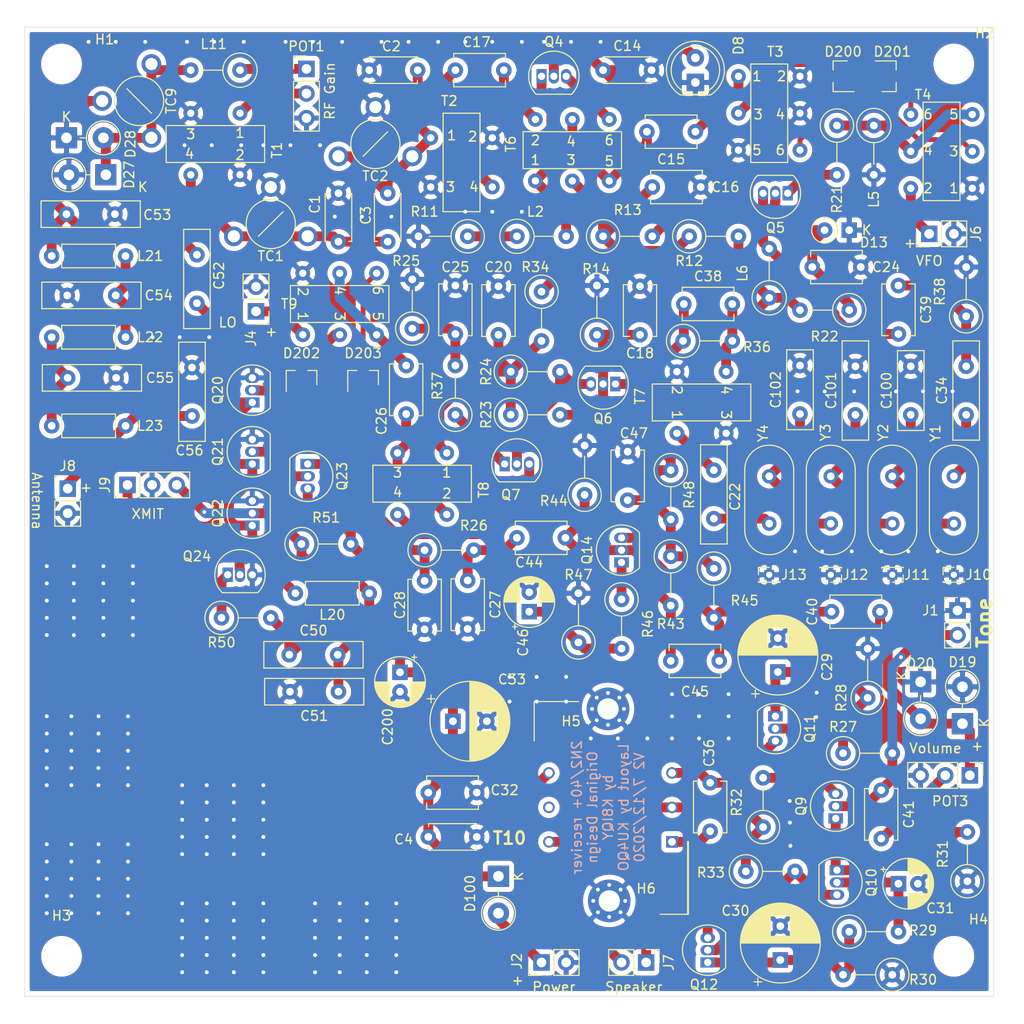
<source format=kicad_pcb>
(kicad_pcb (version 20171130) (host pcbnew "(5.1.2)-2")
  (layers (0 F.Cu signal) (31 B.Cu signal) (34 B.Paste user hide) (35 F.Paste user hide) (36 B.SilkS user) (37 F.SilkS user) (38 B.Mask user) (39 F.Mask user) (44 Edge.Cuts user))
  (net 0 "")
  (net 1 GND)
  (net 2 "Net-(C1-Pad1)")
  (net 3 "Net-(C2-Pad1)")
  (net 4 +12V)
  (net 5 "Net-(C14-Pad1)")
  (net 6 "Net-(C15-Pad2)")
  (net 7 "Net-(C15-Pad1)")
  (net 8 "Net-(C16-Pad1)")
  (net 9 "Net-(C17-Pad1)")
  (net 10 "Net-(C17-Pad2)")
  (net 11 "Net-(C18-Pad1)")
  (net 12 "Net-(C20-Pad2)")
  (net 13 "Net-(C22-Pad2)")
  (net 14 "Net-(C22-Pad1)")
  (net 15 "Net-(C24-Pad1)")
  (net 16 "Net-(C25-Pad2)")
  (net 17 "Net-(C26-Pad1)")
  (net 18 "Net-(C26-Pad2)")
  (net 19 "Net-(C27-Pad1)")
  (net 20 "Net-(C28-Pad1)")
  (net 21 "Net-(C34-Pad2)")
  (net 22 "Net-(C34-Pad1)")
  (net 23 "Net-(C38-Pad2)")
  (net 24 "Net-(C38-Pad1)")
  (net 25 "Net-(C39-Pad2)")
  (net 26 "Net-(C40-Pad2)")
  (net 27 "Net-(C44-Pad2)")
  (net 28 "Net-(C46-Pad1)")
  (net 29 "Net-(C47-Pad2)")
  (net 30 "Net-(C100-Pad1)")
  (net 31 "Net-(C101-Pad1)")
  (net 32 "Net-(D200-Pad1)")
  (net 33 "Net-(D27-Pad1)")
  (net 34 "Net-(L2-Pad1)")
  (net 35 "Net-(L2-Pad2)")
  (net 36 C)
  (net 37 "Net-(L11-Pad1)")
  (net 38 "Net-(POT1-Pad2)")
  (net 39 "Net-(Q4-Pad3)")
  (net 40 "Net-(Q5-Pad1)")
  (net 41 "Net-(Q6-Pad3)")
  (net 42 "Net-(Q7-Pad1)")
  (net 43 "Net-(Q7-Pad3)")
  (net 44 "Net-(Q14-Pad1)")
  (net 45 "Net-(D100-Pad2)")
  (net 46 Audio)
  (net 47 "Net-(C29-Pad1)")
  (net 48 "Net-(C30-Pad1)")
  (net 49 "Net-(C31-Pad1)")
  (net 50 "Net-(C36-Pad2)")
  (net 51 "Net-(C36-Pad1)")
  (net 52 "Net-(C41-Pad2)")
  (net 53 "Net-(C41-Pad1)")
  (net 54 "Net-(J7-Pad2)")
  (net 55 "Net-(J7-Pad1)")
  (net 56 "Net-(Q10-Pad3)")
  (net 57 "Net-(Q10-Pad1)")
  (net 58 "Net-(T10-Pad5)")
  (net 59 "Net-(Q11-Pad2)")
  (net 60 "Net-(D200-Pad3)")
  (net 61 "Net-(D200-Pad2)")
  (net 62 "Net-(D201-Pad3)")
  (net 63 "Net-(D202-Pad3)")
  (net 64 "Net-(D203-Pad3)")
  (net 65 "Net-(C102-Pad1)")
  (net 66 "Net-(C50-Pad2)")
  (net 67 "Net-(C50-Pad1)")
  (net 68 "Net-(C52-Pad2)")
  (net 69 D)
  (net 70 "Net-(C54-Pad1)")
  (net 71 "Net-(C55-Pad1)")
  (net 72 "Net-(C56-Pad1)")
  (net 73 "Net-(J9-Pad3)")
  (net 74 "Net-(J9-Pad1)")
  (net 75 "Net-(Q24-Pad1)")
  (net 76 bfo)
  (net 77 vfo)
  (module Connector_PinHeader_2.54mm:PinHeader_1x02_P2.54mm_Vertical (layer F.Cu) (at 172.466 104.648)
    (fp_text reference J1 (at -2.794 0) (layer F.SilkS))
    (fp_text value Tone)
    (pad 2 thru_hole oval (at 0 2.54) (size 1.7 1.7) (drill 1) (layers *.Cu *.Mask) (net 53 "Net-(C41-Pad1)"))
    (pad 1 thru_hole rect (at 0 0) (size 1.7 1.7) (drill 1) (layers *.Cu *.Mask) (net 1 GND))
  )
  (module Capacitor_THT:CP_Radial_D8.0mm_P3.50mm (layer F.Cu) (at 120.396 116.078)
    (fp_text reference C33 (at 6.096 -4.318) (layer F.SilkS))
    (fp_text value 470uF)
    (pad 2 thru_hole circle (at 3.5 0) (size 1.6 1.6) (drill 0.8) (layers *.Cu *.Mask) (net 1 GND))
    (pad 1 thru_hole rect (at 0 0) (size 1.6 1.6) (drill 0.8) (layers *.Cu *.Mask) (net 4 +12V))
  )
  (module Capacitor_THT:CP_Radial_D8.0mm_P3.50mm (layer F.Cu) (at 154.178 140.716 90)
    (fp_text reference C30 (at 5.08 -4.6228 180) (layer F.SilkS))
    (fp_text value 470uF)
    (pad 2 thru_hole circle (at 3.5 0 90) (size 1.6 1.6) (drill 0.8) (layers *.Cu *.Mask) (net 1 GND))
    (pad 1 thru_hole rect (at 0 0 90) (size 1.6 1.6) (drill 0.8) (layers *.Cu *.Mask) (net 48 "Net-(C30-Pad1)"))
  )
  (module Capacitor_THT:CP_Radial_D8.0mm_P3.50mm (layer F.Cu) (at 153.924 110.998 90)
    (fp_text reference C29 (at 0.508 5.08 90) (layer F.SilkS))
    (fp_text value 470uF)
    (pad 2 thru_hole circle (at 3.5 0 90) (size 1.6 1.6) (drill 0.8) (layers *.Cu *.Mask) (net 1 GND))
    (pad 1 thru_hole rect (at 0 0 90) (size 1.6 1.6) (drill 0.8) (layers *.Cu *.Mask) (net 47 "Net-(C29-Pad1)"))
  )
  (module Connector_PinHeader_2.54mm:PinHeader_1x02_P2.54mm_Vertical (layer F.Cu) (at 140.335 140.97 270)
    (fp_text reference J7 (at 0 -2.33 90) (layer F.SilkS))
    (fp_text value Conn_01x02_Male)
    (pad 2 thru_hole oval (at 0 2.54 270) (size 1.7 1.7) (drill 1) (layers *.Cu *.Mask) (net 54 "Net-(J7-Pad2)"))
    (pad 1 thru_hole rect (at 0 0 270) (size 1.7 1.7) (drill 1) (layers *.Cu *.Mask) (net 55 "Net-(J7-Pad1)"))
  )
  (module Inductor_THT:L_Axial_L5.3mm_D2.2mm_P7.62mm_Horizontal_Vishay_IM-1 (layer F.Cu) (at 86.614 68.072 180)
    (fp_text reference L21 (at -2.54 0) (layer F.SilkS))
    (fp_text value 1.4uH)
    (pad 2 thru_hole oval (at 7.62 0 180) (size 1.6 1.6) (drill 0.8) (layers *.Cu *.Mask) (net 69 D))
    (pad 1 thru_hole circle (at 0 0 180) (size 1.6 1.6) (drill 0.8) (layers *.Cu *.Mask) (net 70 "Net-(C54-Pad1)"))
  )
  (module Resistor_THT:R_Axial_DIN0309_L9.0mm_D3.2mm_P5.08mm_Vertical (layer F.Cu) (at 104.775 97.79)
    (fp_text reference R51 (at 2.54 -2.72) (layer F.SilkS))
    (fp_text value 470)
    (pad 2 thru_hole oval (at 5.08 0) (size 1.6 1.6) (drill 0.8) (layers *.Cu *.Mask) (net 4 +12V))
    (pad 1 thru_hole circle (at 0 0) (size 1.6 1.6) (drill 0.8) (layers *.Cu *.Mask) (net 67 "Net-(C50-Pad1)"))
  )
  (module Resistor_THT:R_Axial_DIN0309_L9.0mm_D3.2mm_P5.08mm_Vertical (layer F.Cu) (at 96.52 105.41)
    (fp_text reference R50 (at 0 2.54) (layer F.SilkS))
    (fp_text value 1k)
    (pad 2 thru_hole oval (at 5.08 0) (size 1.6 1.6) (drill 0.8) (layers *.Cu *.Mask) (net 67 "Net-(C50-Pad1)"))
    (pad 1 thru_hole circle (at 0 0) (size 1.6 1.6) (drill 0.8) (layers *.Cu *.Mask) (net 75 "Net-(Q24-Pad1)"))
  )
  (module Package_TO_SOT_THT:TO-92_Inline (layer F.Cu) (at 97.155 100.965)
    (fp_text reference Q24 (at -3.175 -1.905) (layer F.SilkS))
    (fp_text value BS170)
    (pad 1 thru_hole rect (at 0 0) (size 1.05 1.5) (drill 0.75) (layers *.Cu *.Mask) (net 75 "Net-(Q24-Pad1)"))
    (pad 3 thru_hole oval (at 2.54 0) (size 1.05 1.5) (drill 0.75) (layers *.Cu *.Mask) (net 1 GND))
    (pad 2 thru_hole oval (at 1.27 0) (size 1.05 1.5) (drill 0.75) (layers *.Cu *.Mask) (net 74 "Net-(J9-Pad1)"))
  )
  (module Package_TO_SOT_THT:TO-92_Inline (layer F.Cu) (at 105.41 89.535 270)
    (fp_text reference Q23 (at 1.27 -3.56 90) (layer F.SilkS))
    (fp_text value MPS751)
    (pad 1 thru_hole rect (at 0 0 270) (size 1.05 1.5) (drill 0.75) (layers *.Cu *.Mask) (net 4 +12V))
    (pad 3 thru_hole oval (at 2.54 0 270) (size 1.05 1.5) (drill 0.75) (layers *.Cu *.Mask) (net 66 "Net-(C50-Pad2)"))
    (pad 2 thru_hole oval (at 1.27 0 270) (size 1.05 1.5) (drill 0.75) (layers *.Cu *.Mask) (net 67 "Net-(C50-Pad1)"))
  )
  (module Package_TO_SOT_THT:TO-92_Inline (layer F.Cu) (at 99.695 95.885 90)
    (fp_text reference Q22 (at 1.27 -3.56 90) (layer F.SilkS))
    (fp_text value BS170)
    (pad 1 thru_hole rect (at 0 0 90) (size 1.05 1.5) (drill 0.75) (layers *.Cu *.Mask) (net 68 "Net-(C52-Pad2)"))
    (pad 3 thru_hole oval (at 2.54 0 90) (size 1.05 1.5) (drill 0.75) (layers *.Cu *.Mask) (net 1 GND))
    (pad 2 thru_hole oval (at 1.27 0 90) (size 1.05 1.5) (drill 0.75) (layers *.Cu *.Mask) (net 73 "Net-(J9-Pad3)"))
  )
  (module Package_TO_SOT_THT:TO-92_Inline (layer F.Cu) (at 99.695 89.535 90)
    (fp_text reference Q21 (at 1.27 -3.56 90) (layer F.SilkS))
    (fp_text value BS170)
    (pad 1 thru_hole rect (at 0 0 90) (size 1.05 1.5) (drill 0.75) (layers *.Cu *.Mask) (net 68 "Net-(C52-Pad2)"))
    (pad 3 thru_hole oval (at 2.54 0 90) (size 1.05 1.5) (drill 0.75) (layers *.Cu *.Mask) (net 1 GND))
    (pad 2 thru_hole oval (at 1.27 0 90) (size 1.05 1.5) (drill 0.75) (layers *.Cu *.Mask) (net 73 "Net-(J9-Pad3)"))
  )
  (module Package_TO_SOT_THT:TO-92_Inline (layer F.Cu) (at 99.695 83.185 90)
    (fp_text reference Q20 (at 1.27 -3.56 90) (layer F.SilkS))
    (fp_text value BS170)
    (pad 1 thru_hole rect (at 0 0 90) (size 1.05 1.5) (drill 0.75) (layers *.Cu *.Mask) (net 68 "Net-(C52-Pad2)"))
    (pad 3 thru_hole oval (at 2.54 0 90) (size 1.05 1.5) (drill 0.75) (layers *.Cu *.Mask) (net 1 GND))
    (pad 2 thru_hole oval (at 1.27 0 90) (size 1.05 1.5) (drill 0.75) (layers *.Cu *.Mask) (net 73 "Net-(J9-Pad3)"))
  )
  (module Inductor_THT:L_Axial_L5.3mm_D2.2mm_P7.62mm_Horizontal_Vishay_IM-1 (layer F.Cu) (at 86.614 85.598 180)
    (fp_text reference L23 (at -2.54 0) (layer F.SilkS))
    (fp_text value 1.4uH)
    (pad 2 thru_hole oval (at 7.62 0 180) (size 1.6 1.6) (drill 0.8) (layers *.Cu *.Mask) (net 71 "Net-(C55-Pad1)"))
    (pad 1 thru_hole circle (at 0 0 180) (size 1.6 1.6) (drill 0.8) (layers *.Cu *.Mask) (net 72 "Net-(C56-Pad1)"))
  )
  (module Inductor_THT:L_Axial_L5.3mm_D2.2mm_P7.62mm_Horizontal_Vishay_IM-1 (layer F.Cu) (at 78.994 76.454)
    (fp_text reference L22 (at 10.16 0) (layer F.SilkS))
    (fp_text value 1.7uH)
    (pad 2 thru_hole oval (at 7.62 0) (size 1.6 1.6) (drill 0.8) (layers *.Cu *.Mask) (net 70 "Net-(C54-Pad1)"))
    (pad 1 thru_hole circle (at 0 0) (size 1.6 1.6) (drill 0.8) (layers *.Cu *.Mask) (net 71 "Net-(C55-Pad1)"))
  )
  (module Inductor_THT:L_Axial_L5.3mm_D2.2mm_P7.62mm_Horizontal_Vishay_IM-1 (layer F.Cu) (at 111.76 102.87 180)
    (fp_text reference L20 (at 3.81 -2.22) (layer F.SilkS))
    (fp_text value 1uH)
    (pad 2 thru_hole oval (at 7.62 0 180) (size 1.6 1.6) (drill 0.8) (layers *.Cu *.Mask) (net 68 "Net-(C52-Pad2)"))
    (pad 1 thru_hole circle (at 0 0 180) (size 1.6 1.6) (drill 0.8) (layers *.Cu *.Mask) (net 66 "Net-(C50-Pad2)"))
  )
  (module Connector_PinHeader_2.54mm:PinHeader_1x03_P2.54mm_Vertical (layer F.Cu) (at 86.8172 91.694 90)
    (fp_text reference J9 (at 0 -2.33 90) (layer F.SilkS))
    (fp_text value xmit)
    (pad 3 thru_hole oval (at 0 5.08 90) (size 1.7 1.7) (drill 1) (layers *.Cu *.Mask) (net 73 "Net-(J9-Pad3)"))
    (pad 2 thru_hole oval (at 0 2.54 90) (size 1.7 1.7) (drill 1) (layers *.Cu *.Mask) (net 1 GND))
    (pad 1 thru_hole rect (at 0 0 90) (size 1.7 1.7) (drill 1) (layers *.Cu *.Mask) (net 74 "Net-(J9-Pad1)"))
  )
  (module Connector_PinHeader_2.54mm:PinHeader_1x02_P2.54mm_Vertical (layer F.Cu) (at 80.645 92.075)
    (fp_text reference J8 (at 0 -2.33) (layer F.SilkS))
    (fp_text value Antenna)
    (pad 2 thru_hole oval (at 0 2.54) (size 1.7 1.7) (drill 1) (layers *.Cu *.Mask) (net 1 GND))
    (pad 1 thru_hole rect (at 0 0) (size 1.7 1.7) (drill 1) (layers *.Cu *.Mask) (net 72 "Net-(C56-Pad1)"))
  )
  (module Capacitor_THT:C_Disc_D10.0mm_W2.5mm_P5.00mm (layer F.Cu) (at 93.472 84.582 90)
    (fp_text reference C56 (at -3.556 -0.254 180) (layer F.SilkS))
    (fp_text value 270pF)
    (pad 2 thru_hole circle (at 5 0 90) (size 1.6 1.6) (drill 0.8) (layers *.Cu *.Mask) (net 1 GND))
    (pad 1 thru_hole circle (at 0 0 90) (size 1.6 1.6) (drill 0.8) (layers *.Cu *.Mask) (net 72 "Net-(C56-Pad1)"))
  )
  (module Capacitor_THT:C_Disc_D10.0mm_W2.5mm_P5.00mm (layer F.Cu) (at 80.645 80.645)
    (fp_text reference C55 (at 9.525 0) (layer F.SilkS))
    (fp_text value 680pF)
    (pad 2 thru_hole circle (at 5 0) (size 1.6 1.6) (drill 0.8) (layers *.Cu *.Mask) (net 1 GND))
    (pad 1 thru_hole circle (at 0 0) (size 1.6 1.6) (drill 0.8) (layers *.Cu *.Mask) (net 71 "Net-(C55-Pad1)"))
  )
  (module Capacitor_THT:C_Disc_D10.0mm_W2.5mm_P5.00mm (layer F.Cu) (at 85.598 72.136 180)
    (fp_text reference C54 (at -4.445 0) (layer F.SilkS))
    (fp_text value 680pF)
    (pad 2 thru_hole circle (at 5 0 180) (size 1.6 1.6) (drill 0.8) (layers *.Cu *.Mask) (net 1 GND))
    (pad 1 thru_hole circle (at 0 0 180) (size 1.6 1.6) (drill 0.8) (layers *.Cu *.Mask) (net 70 "Net-(C54-Pad1)"))
  )
  (module Capacitor_THT:C_Disc_D10.0mm_W2.5mm_P5.00mm (layer F.Cu) (at 80.518 63.754)
    (fp_text reference C53 (at 9.3726 0.0762) (layer F.SilkS))
    (fp_text value 270pF)
    (pad 2 thru_hole circle (at 5 0) (size 1.6 1.6) (drill 0.8) (layers *.Cu *.Mask) (net 1 GND))
    (pad 1 thru_hole circle (at 0 0) (size 1.6 1.6) (drill 0.8) (layers *.Cu *.Mask) (net 69 D))
  )
  (module Capacitor_THT:C_Disc_D10.0mm_W2.5mm_P5.00mm (layer F.Cu) (at 93.98 67.945 270)
    (fp_text reference C52 (at 2.159 -2.286 90) (layer F.SilkS))
    (fp_text value 0.1uF)
    (pad 2 thru_hole circle (at 5 0 270) (size 1.6 1.6) (drill 0.8) (layers *.Cu *.Mask) (net 68 "Net-(C52-Pad2)"))
    (pad 1 thru_hole circle (at 0 0 270) (size 1.6 1.6) (drill 0.8) (layers *.Cu *.Mask) (net 69 D))
  )
  (module Capacitor_THT:C_Disc_D10.0mm_W2.5mm_P5.00mm (layer F.Cu) (at 108.585 113.03 180)
    (fp_text reference C51 (at 2.5 -2.5) (layer F.SilkS))
    (fp_text value 0.1uF)
    (pad 2 thru_hole circle (at 5 0 180) (size 1.6 1.6) (drill 0.8) (layers *.Cu *.Mask) (net 1 GND))
    (pad 1 thru_hole circle (at 0 0 180) (size 1.6 1.6) (drill 0.8) (layers *.Cu *.Mask) (net 66 "Net-(C50-Pad2)"))
  )
  (module Capacitor_THT:C_Disc_D10.0mm_W2.5mm_P5.00mm (layer F.Cu) (at 103.505 109.22)
    (fp_text reference C50 (at 2.5 -2.5) (layer F.SilkS))
    (fp_text value 1uF)
    (pad 2 thru_hole circle (at 5 0) (size 1.6 1.6) (drill 0.8) (layers *.Cu *.Mask) (net 66 "Net-(C50-Pad2)"))
    (pad 1 thru_hole circle (at 0 0) (size 1.6 1.6) (drill 0.8) (layers *.Cu *.Mask) (net 67 "Net-(C50-Pad1)"))
  )
  (module SamacSys_Parts:DIPS1270W61P356L2200H1699Q6N (layer F.Cu) (at 143.002 128.524 180)
    (fp_text reference T10 (at 16.764 0.381 180) (layer F.SilkS) (effects (font (size 1.27 1.27) (thickness 0.254))))
    (fp_text value 42TM003-RC hide)
    (pad 6 thru_hole circle (at 12.7 0 180) (size 1.2 1.2) (drill 0.8) (layers *.Cu *.Mask) (net 55 "Net-(J7-Pad1)"))
    (pad 5 thru_hole circle (at 12.7 3.556 180) (size 1.2 1.2) (drill 0.8) (layers *.Cu *.Mask) (net 58 "Net-(T10-Pad5)"))
    (pad 4 thru_hole circle (at 12.7 7.112 180) (size 1.2 1.2) (drill 0.8) (layers *.Cu *.Mask) (net 54 "Net-(J7-Pad2)"))
    (pad 3 thru_hole circle (at 0 7.112 180) (size 1.2 1.2) (drill 0.8) (layers *.Cu *.Mask) (net 50 "Net-(C36-Pad2)"))
    (pad 2 thru_hole circle (at 0 3.556 180) (size 1.2 1.2) (drill 0.8) (layers *.Cu *.Mask) (net 4 +12V))
    (pad 1 thru_hole rect (at 0 0 180) (size 1.2 1.2) (drill 0.8) (layers *.Cu *.Mask) (net 51 "Net-(C36-Pad1)"))
  )
  (module MountingHole:MountingHole_2.2mm_M2_Pad_Via (layer F.Cu) (at 136.525 134.62)
    (fp_text reference H6 (at 3.81 -1.27) (layer F.SilkS))
    (fp_text value MountingHole_Pad)
    (pad 1 thru_hole circle (at 1.166726 -1.166726) (size 0.7 0.7) (drill 0.4) (layers *.Cu *.Mask) (net 1 GND))
    (pad 1 thru_hole circle (at 0 -1.65) (size 0.7 0.7) (drill 0.4) (layers *.Cu *.Mask) (net 1 GND))
    (pad 1 thru_hole circle (at -1.166726 -1.166726) (size 0.7 0.7) (drill 0.4) (layers *.Cu *.Mask) (net 1 GND))
    (pad 1 thru_hole circle (at -1.65 0) (size 0.7 0.7) (drill 0.4) (layers *.Cu *.Mask) (net 1 GND))
    (pad 1 thru_hole circle (at -1.166726 1.166726) (size 0.7 0.7) (drill 0.4) (layers *.Cu *.Mask) (net 1 GND))
    (pad 1 thru_hole circle (at 0 1.65) (size 0.7 0.7) (drill 0.4) (layers *.Cu *.Mask) (net 1 GND))
    (pad 1 thru_hole circle (at 1.166726 1.166726) (size 0.7 0.7) (drill 0.4) (layers *.Cu *.Mask) (net 1 GND))
    (pad 1 thru_hole circle (at 1.65 0) (size 0.7 0.7) (drill 0.4) (layers *.Cu *.Mask) (net 1 GND))
    (pad 1 thru_hole circle (at 0 0) (size 4.4 4.4) (drill 2.2) (layers *.Cu *.Mask) (net 1 GND))
  )
  (module MountingHole:MountingHole_2.2mm_M2_Pad_Via (layer F.Cu) (at 136.398 114.808)
    (fp_text reference H5 (at -3.81 1.27) (layer F.SilkS))
    (fp_text value MountingHole_Pad)
    (pad 1 thru_hole circle (at 1.166726 -1.166726) (size 0.7 0.7) (drill 0.4) (layers *.Cu *.Mask) (net 1 GND))
    (pad 1 thru_hole circle (at 0 -1.65) (size 0.7 0.7) (drill 0.4) (layers *.Cu *.Mask) (net 1 GND))
    (pad 1 thru_hole circle (at -1.166726 -1.166726) (size 0.7 0.7) (drill 0.4) (layers *.Cu *.Mask) (net 1 GND))
    (pad 1 thru_hole circle (at -1.65 0) (size 0.7 0.7) (drill 0.4) (layers *.Cu *.Mask) (net 1 GND))
    (pad 1 thru_hole circle (at -1.166726 1.166726) (size 0.7 0.7) (drill 0.4) (layers *.Cu *.Mask) (net 1 GND))
    (pad 1 thru_hole circle (at 0 1.65) (size 0.7 0.7) (drill 0.4) (layers *.Cu *.Mask) (net 1 GND))
    (pad 1 thru_hole circle (at 1.166726 1.166726) (size 0.7 0.7) (drill 0.4) (layers *.Cu *.Mask) (net 1 GND))
    (pad 1 thru_hole circle (at 1.65 0) (size 0.7 0.7) (drill 0.4) (layers *.Cu *.Mask) (net 1 GND))
    (pad 1 thru_hole circle (at 0 0) (size 4.4 4.4) (drill 2.2) (layers *.Cu *.Mask) (net 1 GND))
  )
  (module MountingHole:MountingHole_3.2mm_M3 (layer F.Cu) (at 172.085 140.335)
    (fp_text reference H4 (at 2.54 -3.81) (layer F.SilkS))
    (fp_text value MountingHole)
    (pad 1 np_thru_hole circle (at 0 0) (size 3.2 3.2) (drill 3.2) (layers *.Cu *.Mask))
  )
  (module MountingHole:MountingHole_3.2mm_M3 (layer F.Cu) (at 80.01 140.335)
    (fp_text reference H3 (at 0 -4.2) (layer F.SilkS))
    (fp_text value MountingHole)
    (pad 1 np_thru_hole circle (at 0 0) (size 3.2 3.2) (drill 3.2) (layers *.Cu *.Mask))
  )
  (module MountingHole:MountingHole_3.2mm_M3 (layer F.Cu) (at 172.085 48.26)
    (fp_text reference H2 (at 3.175 -3.175) (layer F.SilkS))
    (fp_text value MountingHole)
    (pad 1 np_thru_hole circle (at 0 0) (size 3.2 3.2) (drill 3.2) (layers *.Cu *.Mask))
  )
  (module MountingHole:MountingHole_3.2mm_M3 (layer F.Cu) (at 80.01 48.26)
    (fp_text reference H1 (at 4.445 -2.54) (layer F.SilkS))
    (fp_text value MountingHole)
    (pad 1 np_thru_hole circle (at 0 0) (size 3.2 3.2) (drill 3.2) (layers *.Cu *.Mask))
  )
  (module Capacitor_THT:C_Disc_D8.0mm_W2.5mm_P5.00mm (layer F.Cu) (at 156.21 84.375 90)
    (fp_text reference C102 (at 2.5 -2.5 90) (layer F.SilkS))
    (fp_text value 180pF)
    (pad 2 thru_hole circle (at 5 0 90) (size 1.6 1.6) (drill 0.8) (layers *.Cu *.Mask) (net 1 GND))
    (pad 1 thru_hole circle (at 0 0 90) (size 1.6 1.6) (drill 0.8) (layers *.Cu *.Mask) (net 65 "Net-(C102-Pad1)"))
  )
  (module Capacitor_THT:C_Disc_D10.0mm_W2.5mm_P5.00mm (layer F.Cu) (at 161.925 84.455 90)
    (fp_text reference C101 (at 2.5 -2.5 90) (layer F.SilkS))
    (fp_text value 270pF)
    (pad 2 thru_hole circle (at 5 0 90) (size 1.6 1.6) (drill 0.8) (layers *.Cu *.Mask) (net 1 GND))
    (pad 1 thru_hole circle (at 0 0 90) (size 1.6 1.6) (drill 0.8) (layers *.Cu *.Mask) (net 31 "Net-(C101-Pad1)"))
  )
  (module Capacitor_THT:C_Disc_D8.0mm_W2.5mm_P5.00mm (layer F.Cu) (at 167.64 84.455 90)
    (fp_text reference C100 (at 2.5 -2.5 90) (layer F.SilkS))
    (fp_text value 180pF)
    (pad 2 thru_hole circle (at 5 0 90) (size 1.6 1.6) (drill 0.8) (layers *.Cu *.Mask) (net 1 GND))
    (pad 1 thru_hole circle (at 0 0 90) (size 1.6 1.6) (drill 0.8) (layers *.Cu *.Mask) (net 30 "Net-(C100-Pad1)"))
  )
  (module Capacitor_THT:C_Disc_D10.0mm_W2.5mm_P5.00mm (layer F.Cu) (at 173.355 84.455 90)
    (fp_text reference C34 (at 2.5 -2.5 90) (layer F.SilkS))
    (fp_text value 270pF)
    (pad 2 thru_hole circle (at 5 0 90) (size 1.6 1.6) (drill 0.8) (layers *.Cu *.Mask) (net 21 "Net-(C34-Pad2)"))
    (pad 1 thru_hole circle (at 0 0 90) (size 1.6 1.6) (drill 0.8) (layers *.Cu *.Mask) (net 22 "Net-(C34-Pad1)"))
  )
  (module Capacitor_THT:C_Disc_D10.0mm_W2.5mm_P5.00mm (layer F.Cu) (at 147.32 90.17 270)
    (fp_text reference C22 (at 2.7432 -2.1844 90) (layer F.SilkS))
    (fp_text value 270pF)
    (pad 2 thru_hole circle (at 5 0 270) (size 1.6 1.6) (drill 0.8) (layers *.Cu *.Mask) (net 13 "Net-(C22-Pad2)"))
    (pad 1 thru_hole circle (at 0 0 270) (size 1.6 1.6) (drill 0.8) (layers *.Cu *.Mask) (net 14 "Net-(C22-Pad1)"))
  )
  (module Capacitor_THT:CP_Radial_D5.0mm_P2.00mm (layer F.Cu) (at 114.935 111.03 270)
    (fp_text reference C200 (at 5.62 1.27 90) (layer F.SilkS))
    (fp_text value 4.7uF)
    (pad 2 thru_hole circle (at 2 0 270) (size 1.6 1.6) (drill 0.8) (layers *.Cu *.Mask) (net 1 GND))
    (pad 1 thru_hole rect (at 0 0 270) (size 1.6 1.6) (drill 0.8) (layers *.Cu *.Mask) (net 4 +12V))
  )
  (module Capacitor_THT:CP_Radial_D5.0mm_P2.00mm (layer F.Cu) (at 166.37 132.842)
    (fp_text reference C31 (at 4.318 2.54) (layer F.SilkS))
    (fp_text value 4.7uF)
    (pad 2 thru_hole circle (at 2 0) (size 1.6 1.6) (drill 0.8) (layers *.Cu *.Mask) (net 1 GND))
    (pad 1 thru_hole rect (at 0 0) (size 1.6 1.6) (drill 0.8) (layers *.Cu *.Mask) (net 49 "Net-(C31-Pad1)"))
  )
  (module Package_TO_SOT_THT:TO-92_Inline (layer F.Cu) (at 159.893 126.111 90)
    (fp_text reference Q9 (at 1.27 -3.56 90) (layer F.SilkS))
    (fp_text value 2N2222A)
    (pad 1 thru_hole rect (at 0 0 90) (size 1.05 1.5) (drill 0.75) (layers *.Cu *.Mask) (net 57 "Net-(Q10-Pad1)"))
    (pad 3 thru_hole oval (at 2.54 0 90) (size 1.05 1.5) (drill 0.75) (layers *.Cu *.Mask) (net 59 "Net-(Q11-Pad2)"))
    (pad 2 thru_hole oval (at 1.27 0 90) (size 1.05 1.5) (drill 0.75) (layers *.Cu *.Mask) (net 53 "Net-(C41-Pad1)"))
  )
  (module Package_TO_SOT_THT:TO-92_Inline (layer F.Cu) (at 137.795 99.695 90)
    (fp_text reference Q14 (at 1.27 -3.56 90) (layer F.SilkS))
    (fp_text value 2N2222A)
    (pad 2 thru_hole oval (at 1.27 0 90) (size 1.05 1.5) (drill 0.75) (layers *.Cu *.Mask) (net 27 "Net-(C44-Pad2)"))
    (pad 3 thru_hole oval (at 2.54 0 90) (size 1.05 1.5) (drill 0.75) (layers *.Cu *.Mask) (net 26 "Net-(C40-Pad2)"))
    (pad 1 thru_hole rect (at 0 0 90) (size 1.05 1.5) (drill 0.75) (layers *.Cu *.Mask) (net 44 "Net-(Q14-Pad1)"))
  )
  (module Resistor_THT:R_Axial_DIN0309_L9.0mm_D3.2mm_P5.08mm_Vertical (layer F.Cu) (at 137.795 103.505 270)
    (fp_text reference R46 (at 2.54 -2.72 90) (layer F.SilkS))
    (fp_text value 100)
    (pad 2 thru_hole oval (at 5.08 0 270) (size 1.6 1.6) (drill 0.8) (layers *.Cu *.Mask) (net 28 "Net-(C46-Pad1)"))
    (pad 1 thru_hole circle (at 0 0 270) (size 1.6 1.6) (drill 0.8) (layers *.Cu *.Mask) (net 44 "Net-(Q14-Pad1)"))
  )
  (module Resistor_THT:R_Axial_DIN0309_L9.0mm_D3.2mm_P5.08mm_Vertical (layer F.Cu) (at 133.35 107.95 90)
    (fp_text reference R47 (at 6.985 0 180) (layer F.SilkS))
    (fp_text value 330)
    (pad 1 thru_hole circle (at 0 0 90) (size 1.6 1.6) (drill 0.8) (layers *.Cu *.Mask) (net 28 "Net-(C46-Pad1)"))
    (pad 2 thru_hole oval (at 5.08 0 90) (size 1.6 1.6) (drill 0.8) (layers *.Cu *.Mask) (net 1 GND))
  )
  (module Capacitor_THT:CP_Radial_D5.0mm_P2.00mm (layer F.Cu) (at 128.27 104.775 90)
    (fp_text reference C46 (at -3.175 -0.635 90) (layer F.SilkS))
    (fp_text value 4.7uF)
    (pad 2 thru_hole circle (at 2 0 90) (size 1.6 1.6) (drill 0.8) (layers *.Cu *.Mask) (net 1 GND))
    (pad 1 thru_hole rect (at 0 0 90) (size 1.6 1.6) (drill 0.8) (layers *.Cu *.Mask) (net 28 "Net-(C46-Pad1)"))
  )
  (module custom:ToroidTrans (layer F.Cu) (at 126.111 96.012 270)
    (fp_text reference T8 (at -3.81 2.54 90) (layer F.SilkS))
    (fp_text value "10T Bifilar/FT37-43")
    (pad 4 thru_hole circle (at -1.27 11.43 270) (size 1.524 1.524) (drill 0.762) (layers *.Cu *.Mask) (net 43 "Net-(Q7-Pad3)"))
    (pad 3 thru_hole circle (at -7.62 11.43 270) (size 1.524 1.524) (drill 0.762) (layers *.Cu *.Mask) (net 18 "Net-(C26-Pad2)"))
    (pad 2 thru_hole circle (at -1.27 6.35 270) (size 1.524 1.524) (drill 0.762) (layers *.Cu *.Mask) (net 18 "Net-(C26-Pad2)"))
    (pad 1 thru_hole circle (at -7.62 6.35 270) (size 1.524 1.524) (drill 0.762) (layers *.Cu *.Mask) (net 12 "Net-(C20-Pad2)"))
  )
  (module Crystal:Crystal_HC49-U_Vertical (layer F.Cu) (at 159.385 90.805 270)
    (fp_text reference Y3 (at -4.5212 0.5334 90) (layer F.SilkS))
    (fp_text value 4.915MHz)
    (pad 2 thru_hole circle (at 4.88 0 270) (size 1.5 1.5) (drill 0.8) (layers *.Cu *.Mask) (net 65 "Net-(C102-Pad1)"))
    (pad 1 thru_hole circle (at 0 0 270) (size 1.5 1.5) (drill 0.8) (layers *.Cu *.Mask) (net 31 "Net-(C101-Pad1)"))
  )
  (module Package_TO_SOT_THT:TO-92_Inline (layer F.Cu) (at 129.54 49.53)
    (fp_text reference Q4 (at 1.27 -3.56) (layer F.SilkS))
    (fp_text value 2N2222A)
    (pad 1 thru_hole rect (at 0 0) (size 1.05 1.5) (drill 0.75) (layers *.Cu *.Mask) (net 35 "Net-(L2-Pad2)"))
    (pad 3 thru_hole oval (at 2.54 0) (size 1.05 1.5) (drill 0.75) (layers *.Cu *.Mask) (net 39 "Net-(Q4-Pad3)"))
    (pad 2 thru_hole oval (at 1.27 0) (size 1.05 1.5) (drill 0.75) (layers *.Cu *.Mask) (net 5 "Net-(C14-Pad1)"))
  )
  (module Connector_PinHeader_1.27mm:PinHeader_1x01_P1.27mm_Vertical (layer F.Cu) (at 153.035 100.965)
    (fp_text reference J13 (at 2.54 0) (layer F.SilkS))
    (fp_text value Conn_01x01)
    (pad 1 thru_hole rect (at 0 0) (size 1 1) (drill 0.65) (layers *.Cu *.Mask) (net 1 GND))
  )
  (module Crystal:Crystal_HC49-U_Vertical (layer F.Cu) (at 153.035 90.805 270)
    (fp_text reference Y4 (at -4.445 0.635 90) (layer F.SilkS))
    (fp_text value 4.915MHz)
    (pad 1 thru_hole circle (at 0 0 270) (size 1.5 1.5) (drill 0.8) (layers *.Cu *.Mask) (net 65 "Net-(C102-Pad1)"))
    (pad 2 thru_hole circle (at 4.88 0 270) (size 1.5 1.5) (drill 0.8) (layers *.Cu *.Mask) (net 13 "Net-(C22-Pad2)"))
  )
  (module Crystal:Crystal_HC49-U_Vertical (layer F.Cu) (at 172.085 90.805 270)
    (fp_text reference Y1 (at -4.445 1.905 90) (layer F.SilkS))
    (fp_text value 4.915MHz)
    (pad 2 thru_hole circle (at 4.88 0 270) (size 1.5 1.5) (drill 0.8) (layers *.Cu *.Mask) (net 30 "Net-(C100-Pad1)"))
    (pad 1 thru_hole circle (at 0 0 270) (size 1.5 1.5) (drill 0.8) (layers *.Cu *.Mask) (net 22 "Net-(C34-Pad1)"))
  )
  (module Package_TO_SOT_SMD:SOT-23 (layer F.Cu) (at 165.37 49.53)
    (fp_text reference D201 (at 0.365 -2.54) (layer F.SilkS))
    (fp_text value BAT54S)
    (pad 1 smd rect (at -1 -0.95) (size 0.9 0.8) (layers F.Cu F.Paste F.Mask) (net 61 "Net-(D200-Pad2)"))
    (pad 2 smd rect (at -1 0.95) (size 0.9 0.8) (layers F.Cu F.Paste F.Mask) (net 32 "Net-(D200-Pad1)"))
    (pad 3 smd rect (at 1 0) (size 0.9 0.8) (layers F.Cu F.Paste F.Mask) (net 62 "Net-(D201-Pad3)"))
  )
  (module custom:ToroidTri (layer F.Cu) (at 157.48 44.45)
    (fp_text reference T3 (at -3.81 2.54) (layer F.SilkS))
    (fp_text value "10T Trifilar/FT37-43")
    (pad 1 thru_hole circle (at -7.62 5.08) (size 1.524 1.524) (drill 0.762) (layers *.Cu *.Mask) (net 7 "Net-(C15-Pad1)"))
    (pad 2 thru_hole circle (at -1.27 5.08) (size 1.524 1.524) (drill 0.762) (layers *.Cu *.Mask) (net 1 GND))
    (pad 3 thru_hole circle (at -7.62 8.89) (size 1.524 1.524) (drill 0.762) (layers *.Cu *.Mask) (net 60 "Net-(D200-Pad3)"))
    (pad 4 thru_hole circle (at -1.27 8.89) (size 1.524 1.524) (drill 0.762) (layers *.Cu *.Mask) (net 1 GND))
    (pad 5 thru_hole circle (at -7.62 12.7) (size 1.524 1.524) (drill 0.762) (layers *.Cu *.Mask) (net 1 GND))
    (pad 6 thru_hole circle (at -1.27 12.7) (size 1.524 1.524) (drill 0.762) (layers *.Cu *.Mask) (net 62 "Net-(D201-Pad3)"))
  )
  (module Capacitor_THT:C_Disc_D5.1mm_W3.2mm_P5.00mm (layer F.Cu) (at 157.48 69.215)
    (fp_text reference C24 (at 7.62 0) (layer F.SilkS))
    (fp_text value 0.2uF)
    (pad 1 thru_hole circle (at 0 0) (size 1.6 1.6) (drill 0.8) (layers *.Cu *.Mask) (net 15 "Net-(C24-Pad1)"))
    (pad 2 thru_hole circle (at 5 0) (size 1.6 1.6) (drill 0.8) (layers *.Cu *.Mask) (net 1 GND))
  )
  (module Connector_PinHeader_1.27mm:PinHeader_1x01_P1.27mm_Vertical (layer F.Cu) (at 159.385 100.965 180)
    (fp_text reference J12 (at -2.54 0 180) (layer F.SilkS))
    (fp_text value Conn_01x01)
    (pad 1 thru_hole rect (at 0 0 180) (size 1 1) (drill 0.65) (layers *.Cu *.Mask) (net 1 GND))
  )
  (module Connector_PinHeader_1.27mm:PinHeader_1x01_P1.27mm_Vertical (layer F.Cu) (at 165.735 100.965 180)
    (fp_text reference J11 (at -2.54 0) (layer F.SilkS))
    (fp_text value Conn_01x01)
    (pad 1 thru_hole rect (at 0 0 180) (size 1 1) (drill 0.65) (layers *.Cu *.Mask) (net 1 GND))
  )
  (module Connector_PinHeader_1.27mm:PinHeader_1x01_P1.27mm_Vertical (layer F.Cu) (at 172.085 100.965)
    (fp_text reference J10 (at 2.54 0 180) (layer F.SilkS))
    (fp_text value Conn_01x01)
    (pad 1 thru_hole rect (at 0 0) (size 1 1) (drill 0.65) (layers *.Cu *.Mask) (net 1 GND))
  )
  (module Resistor_THT:R_Axial_DIN0309_L9.0mm_D3.2mm_P5.08mm_Vertical (layer F.Cu) (at 150.622 131.572)
    (fp_text reference R33 (at -3.6068 0.127) (layer F.SilkS))
    (fp_text value 2.7k)
    (pad 2 thru_hole oval (at 5.08 0) (size 1.6 1.6) (drill 0.8) (layers *.Cu *.Mask) (net 56 "Net-(Q10-Pad3)"))
    (pad 1 thru_hole circle (at 0 0) (size 1.6 1.6) (drill 0.8) (layers *.Cu *.Mask) (net 4 +12V))
  )
  (module Resistor_THT:R_Axial_DIN0309_L9.0mm_D3.2mm_P5.08mm_Vertical (layer F.Cu) (at 152.4 127 90)
    (fp_text reference R32 (at 2.54 -2.72 90) (layer F.SilkS))
    (fp_text value 2.7k)
    (pad 2 thru_hole oval (at 5.08 0 90) (size 1.6 1.6) (drill 0.8) (layers *.Cu *.Mask) (net 59 "Net-(Q11-Pad2)"))
    (pad 1 thru_hole circle (at 0 0 90) (size 1.6 1.6) (drill 0.8) (layers *.Cu *.Mask) (net 4 +12V))
  )
  (module Resistor_THT:R_Axial_DIN0309_L9.0mm_D3.2mm_P5.08mm_Vertical (layer F.Cu) (at 173.482 132.588 90)
    (fp_text reference R31 (at 2.794 -2.54 90) (layer F.SilkS))
    (fp_text value 470)
    (pad 2 thru_hole oval (at 5.08 0 90) (size 1.6 1.6) (drill 0.8) (layers *.Cu *.Mask) (net 57 "Net-(Q10-Pad1)"))
    (pad 1 thru_hole circle (at 0 0 90) (size 1.6 1.6) (drill 0.8) (layers *.Cu *.Mask) (net 1 GND))
  )
  (module Resistor_THT:R_Axial_DIN0309_L9.0mm_D3.2mm_P5.08mm_Vertical (layer F.Cu) (at 165.735 142.24 180)
    (fp_text reference R30 (at -3.175 -0.508) (layer F.SilkS))
    (fp_text value 470)
    (pad 2 thru_hole oval (at 5.08 0 180) (size 1.6 1.6) (drill 0.8) (layers *.Cu *.Mask) (net 48 "Net-(C30-Pad1)"))
    (pad 1 thru_hole circle (at 0 0 180) (size 1.6 1.6) (drill 0.8) (layers *.Cu *.Mask) (net 1 GND))
  )
  (module Resistor_THT:R_Axial_DIN0309_L9.0mm_D3.2mm_P5.08mm_Vertical (layer F.Cu) (at 161.29 137.795)
    (fp_text reference R29 (at 7.62 -0.127) (layer F.SilkS))
    (fp_text value 39k)
    (pad 2 thru_hole oval (at 5.08 0) (size 1.6 1.6) (drill 0.8) (layers *.Cu *.Mask) (net 49 "Net-(C31-Pad1)"))
    (pad 1 thru_hole circle (at 0 0) (size 1.6 1.6) (drill 0.8) (layers *.Cu *.Mask) (net 48 "Net-(C30-Pad1)"))
  )
  (module Resistor_THT:R_Axial_DIN0309_L9.0mm_D3.2mm_P5.08mm_Vertical (layer F.Cu) (at 163.195 113.665 90)
    (fp_text reference R28 (at 0 -2.72 90) (layer F.SilkS))
    (fp_text value 470)
    (pad 2 thru_hole oval (at 5.08 0 90) (size 1.6 1.6) (drill 0.8) (layers *.Cu *.Mask) (net 1 GND))
    (pad 1 thru_hole circle (at 0 0 90) (size 1.6 1.6) (drill 0.8) (layers *.Cu *.Mask) (net 47 "Net-(C29-Pad1)"))
  )
  (module Resistor_THT:R_Axial_DIN0309_L9.0mm_D3.2mm_P5.08mm_Vertical (layer F.Cu) (at 160.655 119.38)
    (fp_text reference R27 (at 0 -2.72) (layer F.SilkS))
    (fp_text value 39k)
    (pad 2 thru_hole oval (at 5.08 0) (size 1.6 1.6) (drill 0.8) (layers *.Cu *.Mask) (net 53 "Net-(C41-Pad1)"))
    (pad 1 thru_hole circle (at 0 0) (size 1.6 1.6) (drill 0.8) (layers *.Cu *.Mask) (net 47 "Net-(C29-Pad1)"))
  )
  (module Package_TO_SOT_THT:TO-92_Inline (layer F.Cu) (at 160.02 131.445 270)
    (fp_text reference Q10 (at 1.27 -3.56 90) (layer F.SilkS))
    (fp_text value 2N2222A)
    (pad 1 thru_hole rect (at 0 0 270) (size 1.05 1.5) (drill 0.75) (layers *.Cu *.Mask) (net 57 "Net-(Q10-Pad1)"))
    (pad 3 thru_hole oval (at 2.54 0 270) (size 1.05 1.5) (drill 0.75) (layers *.Cu *.Mask) (net 56 "Net-(Q10-Pad3)"))
    (pad 2 thru_hole oval (at 1.27 0 270) (size 1.05 1.5) (drill 0.75) (layers *.Cu *.Mask) (net 49 "Net-(C31-Pad1)"))
  )
  (module Package_TO_SOT_THT:TO-92_Inline (layer F.Cu) (at 146.685 140.97 90)
    (fp_text reference Q12 (at -2.286 -0.381 180) (layer F.SilkS))
    (fp_text value 2N2222A)
    (pad 1 thru_hole rect (at 0 0 90) (size 1.05 1.5) (drill 0.75) (layers *.Cu *.Mask) (net 48 "Net-(C30-Pad1)"))
    (pad 3 thru_hole oval (at 2.54 0 90) (size 1.05 1.5) (drill 0.75) (layers *.Cu *.Mask) (net 51 "Net-(C36-Pad1)"))
    (pad 2 thru_hole oval (at 1.27 0 90) (size 1.05 1.5) (drill 0.75) (layers *.Cu *.Mask) (net 56 "Net-(Q10-Pad3)"))
  )
  (module Package_TO_SOT_THT:TO-92_Inline (layer F.Cu) (at 153.67 115.57 270)
    (fp_text reference Q11 (at 1.27 -3.56 90) (layer F.SilkS))
    (fp_text value 2N2222A)
    (pad 1 thru_hole rect (at 0 0 270) (size 1.05 1.5) (drill 0.75) (layers *.Cu *.Mask) (net 47 "Net-(C29-Pad1)"))
    (pad 3 thru_hole oval (at 2.54 0 270) (size 1.05 1.5) (drill 0.75) (layers *.Cu *.Mask) (net 50 "Net-(C36-Pad2)"))
    (pad 2 thru_hole oval (at 1.27 0 270) (size 1.05 1.5) (drill 0.75) (layers *.Cu *.Mask) (net 59 "Net-(Q11-Pad2)"))
  )
  (module Connector_PinHeader_2.54mm:PinHeader_1x03_P2.54mm_Vertical (layer F.Cu) (at 173.736 121.666 270)
    (fp_text reference POT3 (at 2.667 2.032 180) (layer F.SilkS))
    (fp_text value 10k)
    (pad 3 thru_hole oval (at 0 5.08 270) (size 1.7 1.7) (drill 1) (layers *.Cu *.Mask) (net 1 GND))
    (pad 2 thru_hole oval (at 0 2.54 270) (size 1.7 1.7) (drill 1) (layers *.Cu *.Mask) (net 52 "Net-(C41-Pad2)"))
    (pad 1 thru_hole rect (at 0 0 270) (size 1.7 1.7) (drill 1) (layers *.Cu *.Mask) (net 46 Audio))
  )
  (module Capacitor_THT:C_Disc_D5.1mm_W3.2mm_P5.00mm (layer F.Cu) (at 164.592 123.19 270)
    (fp_text reference C41 (at 2.5 -2.85 90) (layer F.SilkS))
    (fp_text value 0.22uF)
    (pad 2 thru_hole circle (at 5 0 270) (size 1.6 1.6) (drill 0.8) (layers *.Cu *.Mask) (net 52 "Net-(C41-Pad2)"))
    (pad 1 thru_hole circle (at 0 0 270) (size 1.6 1.6) (drill 0.8) (layers *.Cu *.Mask) (net 53 "Net-(C41-Pad1)"))
  )
  (module Capacitor_THT:C_Disc_D5.1mm_W3.2mm_P5.00mm (layer F.Cu) (at 146.939 127.428 90)
    (fp_text reference C36 (at 8.0734 -0.1016 90) (layer F.SilkS))
    (fp_text value 0.082uF)
    (pad 2 thru_hole circle (at 5 0 90) (size 1.6 1.6) (drill 0.8) (layers *.Cu *.Mask) (net 50 "Net-(C36-Pad2)"))
    (pad 1 thru_hole circle (at 0 0 90) (size 1.6 1.6) (drill 0.8) (layers *.Cu *.Mask) (net 51 "Net-(C36-Pad1)"))
  )
  (module Capacitor_THT:C_Disc_D5.1mm_W3.2mm_P5.00mm (layer F.Cu) (at 122.856 123.444 180)
    (fp_text reference C32 (at -2.874 0.254) (layer F.SilkS))
    (fp_text value 0.22uF)
    (pad 2 thru_hole circle (at 5 0 180) (size 1.6 1.6) (drill 0.8) (layers *.Cu *.Mask) (net 4 +12V))
    (pad 1 thru_hole circle (at 0 0 180) (size 1.6 1.6) (drill 0.8) (layers *.Cu *.Mask) (net 1 GND))
  )
  (module custom:tcap (layer F.Cu) (at 91.821 52.07 270)
    (fp_text reference TC9 (at 0 0.5 90) (layer F.SilkS))
    (fp_text value 70pf)
    (pad 2 thru_hole circle (at 0 7.62 270) (size 2.032 2.032) (drill 1.27) (layers *.Cu *.Mask) (net 69 D))
    (pad 1 thru_hole circle (at 3.81 2.54 270) (size 2.032 2.032) (drill 1.27) (layers *.Cu *.Mask) (net 33 "Net-(D27-Pad1)"))
    (pad 1 thru_hole circle (at -3.81 2.54 270) (size 2.032 2.032) (drill 1.27) (layers *.Cu *.Mask) (net 33 "Net-(D27-Pad1)"))
  )
  (module custom:tcap (layer F.Cu) (at 101.6 68.58 180)
    (fp_text reference TC1 (at 0 0.5) (layer F.SilkS))
    (fp_text value 70pF)
    (pad 2 thru_hole circle (at 0 7.62 180) (size 2.032 2.032) (drill 1.27) (layers *.Cu *.Mask) (net 1 GND))
    (pad 1 thru_hole circle (at 3.81 2.54 180) (size 2.032 2.032) (drill 1.27) (layers *.Cu *.Mask) (net 2 "Net-(C1-Pad1)"))
    (pad 1 thru_hole circle (at -3.81 2.54 180) (size 2.032 2.032) (drill 1.27) (layers *.Cu *.Mask) (net 2 "Net-(C1-Pad1)"))
  )
  (module custom:tcap (layer F.Cu) (at 112.395 60.325 180)
    (fp_text reference TC2 (at 0 0.5) (layer F.SilkS))
    (fp_text value 70pF)
    (pad 2 thru_hole circle (at 0 7.62 180) (size 2.032 2.032) (drill 1.27) (layers *.Cu *.Mask) (net 1 GND))
    (pad 1 thru_hole circle (at 3.81 2.54 180) (size 2.032 2.032) (drill 1.27) (layers *.Cu *.Mask) (net 3 "Net-(C2-Pad1)"))
    (pad 1 thru_hole circle (at -3.81 2.54 180) (size 2.032 2.032) (drill 1.27) (layers *.Cu *.Mask) (net 3 "Net-(C2-Pad1)"))
  )
  (module Connector_PinHeader_2.54mm:PinHeader_1x03_P2.54mm_Vertical (layer F.Cu) (at 105.283 48.768)
    (fp_text reference POT1 (at 0 -2.33) (layer F.SilkS))
    (fp_text value 1k)
    (pad 3 thru_hole oval (at 0 5.08) (size 1.7 1.7) (drill 1) (layers *.Cu *.Mask) (net 1 GND))
    (pad 2 thru_hole oval (at 0 2.54) (size 1.7 1.7) (drill 1) (layers *.Cu *.Mask) (net 38 "Net-(POT1-Pad2)"))
    (pad 1 thru_hole rect (at 0 0) (size 1.7 1.7) (drill 1) (layers *.Cu *.Mask) (net 37 "Net-(L11-Pad1)"))
  )
  (module Diode_THT:D_DO-41_SOD81_P3.81mm_Vertical_KathodeUp (layer F.Cu) (at 125.095 132.08 270)
    (fp_text reference D100 (at 1.778 2.921 90) (layer F.SilkS))
    (fp_text value 1n5817)
    (fp_text user K (at 0 -2.032 90) (layer F.SilkS))
    (pad 2 thru_hole oval (at 3.81 0 270) (size 2.2 2.2) (drill 1.1) (layers *.Cu *.Mask) (net 45 "Net-(D100-Pad2)"))
    (pad 1 thru_hole rect (at 0 0 270) (size 2.2 2.2) (drill 1.1) (layers *.Cu *.Mask) (net 4 +12V))
  )
  (module Capacitor_THT:C_Disc_D4.7mm_W2.5mm_P5.00mm (layer F.Cu) (at 108.585 66.595 90)
    (fp_text reference C1 (at 3.857 -2.4384 90) (layer F.SilkS))
    (fp_text value 100pF)
    (pad 2 thru_hole circle (at 5 0 90) (size 1.6 1.6) (drill 0.8) (layers *.Cu *.Mask) (net 1 GND))
    (pad 1 thru_hole circle (at 0 0 90) (size 1.6 1.6) (drill 0.8) (layers *.Cu *.Mask) (net 2 "Net-(C1-Pad1)"))
  )
  (module Capacitor_THT:C_Disc_D4.7mm_W2.5mm_P5.00mm (layer F.Cu) (at 116.76 48.895 180)
    (fp_text reference C2 (at 2.714 2.4638) (layer F.SilkS))
    (fp_text value 100pF)
    (pad 2 thru_hole circle (at 5 0 180) (size 1.6 1.6) (drill 0.8) (layers *.Cu *.Mask) (net 1 GND))
    (pad 1 thru_hole circle (at 0 0 180) (size 1.6 1.6) (drill 0.8) (layers *.Cu *.Mask) (net 3 "Net-(C2-Pad1)"))
  )
  (module Capacitor_THT:C_Disc_D4.7mm_W2.5mm_P5.00mm (layer F.Cu) (at 113.665 61.595 270)
    (fp_text reference C3 (at 2.286 2.2606 90) (layer F.SilkS))
    (fp_text value 3pF)
    (pad 1 thru_hole circle (at 0 0 270) (size 1.6 1.6) (drill 0.8) (layers *.Cu *.Mask) (net 3 "Net-(C2-Pad1)"))
    (pad 2 thru_hole circle (at 5 0 270) (size 1.6 1.6) (drill 0.8) (layers *.Cu *.Mask) (net 2 "Net-(C1-Pad1)"))
  )
  (module Capacitor_THT:C_Disc_D4.7mm_W2.5mm_P5.00mm (layer F.Cu) (at 117.856 128.016)
    (fp_text reference C4 (at -2.54 0.254) (layer F.SilkS))
    (fp_text value 0.01uF)
    (pad 1 thru_hole circle (at 0 0) (size 1.6 1.6) (drill 0.8) (layers *.Cu *.Mask) (net 4 +12V))
    (pad 2 thru_hole circle (at 5 0) (size 1.6 1.6) (drill 0.8) (layers *.Cu *.Mask) (net 1 GND))
  )
  (module Capacitor_THT:C_Disc_D4.7mm_W2.5mm_P5.00mm (layer F.Cu) (at 135.89 48.895)
    (fp_text reference C14 (at 2.5 -2.5) (layer F.SilkS))
    (fp_text value 0.1uF)
    (pad 1 thru_hole circle (at 0 0) (size 1.6 1.6) (drill 0.8) (layers *.Cu *.Mask) (net 5 "Net-(C14-Pad1)"))
    (pad 2 thru_hole circle (at 5 0) (size 1.6 1.6) (drill 0.8) (layers *.Cu *.Mask) (net 1 GND))
  )
  (module Capacitor_THT:C_Disc_D5.1mm_W3.2mm_P5.00mm (layer F.Cu) (at 145.415 55.245 180)
    (fp_text reference C15 (at 2.5 -2.85) (layer F.SilkS))
    (fp_text value 0.01uF)
    (pad 2 thru_hole circle (at 5 0 180) (size 1.6 1.6) (drill 0.8) (layers *.Cu *.Mask) (net 6 "Net-(C15-Pad2)"))
    (pad 1 thru_hole circle (at 0 0 180) (size 1.6 1.6) (drill 0.8) (layers *.Cu *.Mask) (net 7 "Net-(C15-Pad1)"))
  )
  (module Capacitor_THT:C_Disc_D5.1mm_W3.2mm_P5.00mm (layer F.Cu) (at 140.97 60.96)
    (fp_text reference C16 (at 7.5438 0) (layer F.SilkS))
    (fp_text value 0.1uF)
    (pad 2 thru_hole circle (at 5 0) (size 1.6 1.6) (drill 0.8) (layers *.Cu *.Mask) (net 1 GND))
    (pad 1 thru_hole circle (at 0 0) (size 1.6 1.6) (drill 0.8) (layers *.Cu *.Mask) (net 8 "Net-(C16-Pad1)"))
  )
  (module Capacitor_THT:C_Disc_D5.1mm_W3.2mm_P5.00mm (layer F.Cu) (at 125.65 48.895 180)
    (fp_text reference C17 (at 2.8156 2.8956) (layer F.SilkS))
    (fp_text value 0.01uF)
    (pad 1 thru_hole circle (at 0 0 180) (size 1.6 1.6) (drill 0.8) (layers *.Cu *.Mask) (net 9 "Net-(C17-Pad1)"))
    (pad 2 thru_hole circle (at 5 0 180) (size 1.6 1.6) (drill 0.8) (layers *.Cu *.Mask) (net 10 "Net-(C17-Pad2)"))
  )
  (module Capacitor_THT:C_Disc_D5.1mm_W3.2mm_P5.00mm (layer F.Cu) (at 139.7 76.2 90)
    (fp_text reference C18 (at -1.905 0 180) (layer F.SilkS))
    (fp_text value 0.2uF)
    (pad 1 thru_hole circle (at 0 0 90) (size 1.6 1.6) (drill 0.8) (layers *.Cu *.Mask) (net 11 "Net-(C18-Pad1)"))
    (pad 2 thru_hole circle (at 5 0 90) (size 1.6 1.6) (drill 0.8) (layers *.Cu *.Mask) (net 1 GND))
  )
  (module Capacitor_THT:C_Disc_D5.1mm_W3.2mm_P5.00mm (layer F.Cu) (at 125.095 71.2 270)
    (fp_text reference C20 (at -1.985 0 180) (layer F.SilkS))
    (fp_text value 0.2uF)
    (pad 2 thru_hole circle (at 5 0 270) (size 1.6 1.6) (drill 0.8) (layers *.Cu *.Mask) (net 12 "Net-(C20-Pad2)"))
    (pad 1 thru_hole circle (at 0 0 270) (size 1.6 1.6) (drill 0.8) (layers *.Cu *.Mask) (net 1 GND))
  )
  (module Capacitor_THT:C_Disc_D5.1mm_W3.2mm_P5.00mm (layer F.Cu) (at 120.65 71.12 270)
    (fp_text reference C25 (at -1.905 0 180) (layer F.SilkS))
    (fp_text value 680pF)
    (pad 1 thru_hole circle (at 0 0 270) (size 1.6 1.6) (drill 0.8) (layers *.Cu *.Mask) (net 1 GND))
    (pad 2 thru_hole circle (at 5 0 270) (size 1.6 1.6) (drill 0.8) (layers *.Cu *.Mask) (net 16 "Net-(C25-Pad2)"))
  )
  (module Capacitor_THT:C_Disc_D5.1mm_W3.2mm_P5.00mm (layer F.Cu) (at 115.57 79.375 270)
    (fp_text reference C26 (at 5.715 2.54 90) (layer F.SilkS))
    (fp_text value 0.01uF)
    (pad 1 thru_hole circle (at 0 0 270) (size 1.6 1.6) (drill 0.8) (layers *.Cu *.Mask) (net 17 "Net-(C26-Pad1)"))
    (pad 2 thru_hole circle (at 5 0 270) (size 1.6 1.6) (drill 0.8) (layers *.Cu *.Mask) (net 18 "Net-(C26-Pad2)"))
  )
  (module Capacitor_THT:C_Disc_D5.1mm_W3.2mm_P5.00mm (layer F.Cu) (at 121.92 101.553 270)
    (fp_text reference C27 (at 2.5 -2.85 90) (layer F.SilkS))
    (fp_text value 0.1uF)
    (pad 1 thru_hole circle (at 0 0 270) (size 1.6 1.6) (drill 0.8) (layers *.Cu *.Mask) (net 19 "Net-(C27-Pad1)"))
    (pad 2 thru_hole circle (at 5 0 270) (size 1.6 1.6) (drill 0.8) (layers *.Cu *.Mask) (net 1 GND))
  )
  (module Capacitor_THT:C_Disc_D5.1mm_W3.2mm_P5.00mm (layer F.Cu) (at 117.475 101.6 270)
    (fp_text reference C28 (at 2.5 2.54 90) (layer F.SilkS))
    (fp_text value 0.1uF)
    (pad 1 thru_hole circle (at 0 0 270) (size 1.6 1.6) (drill 0.8) (layers *.Cu *.Mask) (net 20 "Net-(C28-Pad1)"))
    (pad 2 thru_hole circle (at 5 0 270) (size 1.6 1.6) (drill 0.8) (layers *.Cu *.Mask) (net 1 GND))
  )
  (module Capacitor_THT:C_Disc_D5.1mm_W3.2mm_P5.00mm (layer F.Cu) (at 144.225 73.025)
    (fp_text reference C38 (at 2.5 -2.85) (layer F.SilkS))
    (fp_text value 0.2uF)
    (pad 2 thru_hole circle (at 5 0) (size 1.6 1.6) (drill 0.8) (layers *.Cu *.Mask) (net 23 "Net-(C38-Pad2)"))
    (pad 1 thru_hole circle (at 0 0) (size 1.6 1.6) (drill 0.8) (layers *.Cu *.Mask) (net 24 "Net-(C38-Pad1)"))
  )
  (module Capacitor_THT:C_Disc_D5.1mm_W3.2mm_P5.00mm (layer F.Cu) (at 166.37 71.12 270)
    (fp_text reference C39 (at 2.5 -2.85 90) (layer F.SilkS))
    (fp_text value 0.2uF)
    (pad 1 thru_hole circle (at 0 0 270) (size 1.6 1.6) (drill 0.8) (layers *.Cu *.Mask) (net 21 "Net-(C34-Pad2)"))
    (pad 2 thru_hole circle (at 5 0 270) (size 1.6 1.6) (drill 0.8) (layers *.Cu *.Mask) (net 25 "Net-(C39-Pad2)"))
  )
  (module Capacitor_THT:C_Disc_D5.1mm_W3.2mm_P5.00mm (layer F.Cu) (at 164.465 104.775 180)
    (fp_text reference C40 (at 6.985 0 270) (layer F.SilkS))
    (fp_text value 0.2uF)
    (pad 2 thru_hole circle (at 5 0 180) (size 1.6 1.6) (drill 0.8) (layers *.Cu *.Mask) (net 26 "Net-(C40-Pad2)"))
    (pad 1 thru_hole circle (at 0 0 180) (size 1.6 1.6) (drill 0.8) (layers *.Cu *.Mask) (net 46 Audio))
  )
  (module Capacitor_THT:C_Disc_D5.1mm_W3.2mm_P5.00mm (layer F.Cu) (at 127 97.155)
    (fp_text reference C44 (at 1.27 2.54) (layer F.SilkS))
    (fp_text value 0.2uF)
    (pad 1 thru_hole circle (at 0 0) (size 1.6 1.6) (drill 0.8) (layers *.Cu *.Mask) (net 19 "Net-(C27-Pad1)"))
    (pad 2 thru_hole circle (at 5 0) (size 1.6 1.6) (drill 0.8) (layers *.Cu *.Mask) (net 27 "Net-(C44-Pad2)"))
  )
  (module Capacitor_THT:C_Disc_D5.1mm_W3.2mm_P5.00mm (layer F.Cu) (at 142.875 109.855)
    (fp_text reference C45 (at 2.5 3.175) (layer F.SilkS))
    (fp_text value 0.02uF)
    (pad 2 thru_hole circle (at 5 0) (size 1.6 1.6) (drill 0.8) (layers *.Cu *.Mask) (net 26 "Net-(C40-Pad2)"))
    (pad 1 thru_hole circle (at 0 0) (size 1.6 1.6) (drill 0.8) (layers *.Cu *.Mask) (net 27 "Net-(C44-Pad2)"))
  )
  (module Capacitor_THT:C_Disc_D5.1mm_W3.2mm_P5.00mm (layer F.Cu) (at 138.43 88.265 270)
    (fp_text reference C47 (at -1.905 -0.635 180) (layer F.SilkS))
    (fp_text value 0.2uF)
    (pad 1 thru_hole circle (at 0 0 270) (size 1.6 1.6) (drill 0.8) (layers *.Cu *.Mask) (net 1 GND))
    (pad 2 thru_hole circle (at 5 0 270) (size 1.6 1.6) (drill 0.8) (layers *.Cu *.Mask) (net 29 "Net-(C47-Pad2)"))
  )
  (module LED_THT:LED_D5.0mm (layer F.Cu) (at 145.415 50.165 90)
    (fp_text reference D8 (at 3.81 4.445 90) (layer F.SilkS))
    (fp_text value LED)
    (pad 1 thru_hole rect (at 0 0 90) (size 1.8 1.8) (drill 0.9) (layers *.Cu *.Mask) (net 1 GND))
    (pad 2 thru_hole circle (at 2.54 0 90) (size 1.8 1.8) (drill 0.9) (layers *.Cu *.Mask) (net 5 "Net-(C14-Pad1)"))
  )
  (module Diode_THT:D_DO-35_SOD27_P2.54mm_Vertical_KathodeUp (layer F.Cu) (at 161.29 65.405 180)
    (fp_text reference D13 (at -2.54 -1.27) (layer F.SilkS))
    (fp_text value 1N4148W)
    (fp_text user K (at -1.8 0) (layer F.SilkS))
    (pad 1 thru_hole rect (at 0 0 180) (size 1.6 1.6) (drill 0.8) (layers *.Cu *.Mask) (net 1 GND))
    (pad 2 thru_hole oval (at 2.54 0 180) (size 1.6 1.6) (drill 0.8) (layers *.Cu *.Mask) (net 15 "Net-(C24-Pad1)"))
  )
  (module Diode_THT:D_DO-41_SOD81_P3.81mm_Vertical_KathodeUp (layer F.Cu) (at 172.974 116.332 90)
    (fp_text reference D19 (at 6.35 0 180) (layer F.SilkS))
    (fp_text value 1N4148W)
    (fp_text user K (at 0.127 2.286 90) (layer F.SilkS))
    (pad 1 thru_hole rect (at 0 0 90) (size 2.2 2.2) (drill 1.1) (layers *.Cu *.Mask) (net 46 Audio))
    (pad 2 thru_hole oval (at 3.81 0 90) (size 2.2 2.2) (drill 1.1) (layers *.Cu *.Mask) (net 1 GND))
  )
  (module Diode_THT:D_DO-41_SOD81_P3.81mm_Vertical_KathodeUp (layer F.Cu) (at 168.656 112.014 270)
    (fp_text reference D20 (at -1.905 0 180) (layer F.SilkS))
    (fp_text value 1N4148W)
    (fp_text user K (at -0.635 1.905 90) (layer F.SilkS))
    (pad 2 thru_hole oval (at 3.81 0 270) (size 2.2 2.2) (drill 1.1) (layers *.Cu *.Mask) (net 46 Audio))
    (pad 1 thru_hole rect (at 0 0 270) (size 2.2 2.2) (drill 1.1) (layers *.Cu *.Mask) (net 1 GND))
  )
  (module Diode_THT:D_DO-41_SOD81_P3.81mm_Vertical_KathodeUp (layer F.Cu) (at 84.582 59.69 180)
    (fp_text reference D27 (at -2.413 0 90) (layer F.SilkS))
    (fp_text value 1N4148W)
    (fp_text user K (at -3.81 -1.27) (layer F.SilkS))
    (pad 2 thru_hole oval (at 3.81 0 180) (size 2.2 2.2) (drill 1.1) (layers *.Cu *.Mask) (net 1 GND))
    (pad 1 thru_hole rect (at 0 0 180) (size 2.2 2.2) (drill 1.1) (layers *.Cu *.Mask) (net 33 "Net-(D27-Pad1)"))
  )
  (module Diode_THT:D_DO-41_SOD81_P3.81mm_Vertical_KathodeUp (layer F.Cu) (at 80.518 55.88)
    (fp_text reference D28 (at 6.604 0.635 90) (layer F.SilkS))
    (fp_text value 1N4148W)
    (fp_text user K (at 0 -2.159) (layer F.SilkS))
    (pad 1 thru_hole rect (at 0 0) (size 2.2 2.2) (drill 1.1) (layers *.Cu *.Mask) (net 1 GND))
    (pad 2 thru_hole oval (at 3.81 0) (size 2.2 2.2) (drill 1.1) (layers *.Cu *.Mask) (net 33 "Net-(D27-Pad1)"))
  )
  (module Package_TO_SOT_SMD:SOT-23 (layer F.Cu) (at 160.385 49.53 180)
    (fp_text reference D200 (at -0.27 2.54) (layer F.SilkS))
    (fp_text value BAT54S)
    (pad 3 smd rect (at 1 0 180) (size 0.9 0.8) (layers F.Cu F.Paste F.Mask) (net 60 "Net-(D200-Pad3)"))
    (pad 2 smd rect (at -1 0.95 180) (size 0.9 0.8) (layers F.Cu F.Paste F.Mask) (net 61 "Net-(D200-Pad2)"))
    (pad 1 smd rect (at -1 -0.95 180) (size 0.9 0.8) (layers F.Cu F.Paste F.Mask) (net 32 "Net-(D200-Pad1)"))
  )
  (module Package_TO_SOT_SMD:SOT-23 (layer F.Cu) (at 104.775 80.645 90)
    (fp_text reference D202 (at 2.54 0 180) (layer F.SilkS))
    (fp_text value BAT54S)
    (pad 1 smd rect (at -1 -0.95 90) (size 0.9 0.8) (layers F.Cu F.Paste F.Mask) (net 1 GND))
    (pad 2 smd rect (at -1 0.95 90) (size 0.9 0.8) (layers F.Cu F.Paste F.Mask) (net 20 "Net-(C28-Pad1)"))
    (pad 3 smd rect (at 1 0 90) (size 0.9 0.8) (layers F.Cu F.Paste F.Mask) (net 63 "Net-(D202-Pad3)"))
  )
  (module Package_TO_SOT_SMD:SOT-23 (layer F.Cu) (at 111.125 80.645 90)
    (fp_text reference D203 (at 2.54 0 180) (layer F.SilkS))
    (fp_text value BAT54S)
    (pad 3 smd rect (at 1 0 90) (size 0.9 0.8) (layers F.Cu F.Paste F.Mask) (net 64 "Net-(D203-Pad3)"))
    (pad 2 smd rect (at -1 0.95 90) (size 0.9 0.8) (layers F.Cu F.Paste F.Mask) (net 1 GND))
    (pad 1 smd rect (at -1 -0.95 90) (size 0.9 0.8) (layers F.Cu F.Paste F.Mask) (net 20 "Net-(C28-Pad1)"))
  )
  (module Connector_PinHeader_2.54mm:PinHeader_1x02_P2.54mm_Vertical (layer F.Cu) (at 129.54 140.97 90)
    (fp_text reference J2 (at 0.127 -2.54 90) (layer F.SilkS))
    (fp_text value Power)
    (pad 2 thru_hole oval (at 0 2.54 90) (size 1.7 1.7) (drill 1) (layers *.Cu *.Mask) (net 1 GND))
    (pad 1 thru_hole rect (at 0 0 90) (size 1.7 1.7) (drill 1) (layers *.Cu *.Mask) (net 45 "Net-(D100-Pad2)"))
  )
  (module Connector_PinHeader_2.54mm:PinHeader_1x02_P2.54mm_Vertical (layer F.Cu) (at 100.076 73.787 180)
    (fp_text reference J4 (at 0.508 -2.794 270) (layer F.SilkS))
    (fp_text value LO)
    (pad 1 thru_hole rect (at 0 0 180) (size 1.7 1.7) (drill 1) (layers *.Cu *.Mask) (net 76 bfo))
    (pad 2 thru_hole oval (at 0 2.54 180) (size 1.7 1.7) (drill 1) (layers *.Cu *.Mask) (net 1 GND))
  )
  (module Connector_PinHeader_2.54mm:PinHeader_1x02_P2.54mm_Vertical (layer F.Cu) (at 169.545 65.786 90)
    (fp_text reference J6 (at 0 4.826 90) (layer F.SilkS))
    (fp_text value VFO)
    (pad 2 thru_hole oval (at 0 2.54 90) (size 1.7 1.7) (drill 1) (layers *.Cu *.Mask) (net 1 GND))
    (pad 1 thru_hole rect (at 0 0 90) (size 1.7 1.7) (drill 1) (layers *.Cu *.Mask) (net 77 vfo))
  )
  (module Inductor_THT:L_Axial_L7.0mm_D3.3mm_P5.08mm_Vertical_Fastron_MICC (layer F.Cu) (at 127 66.04)
    (fp_text reference L2 (at 1.905 -2.54) (layer F.SilkS))
    (fp_text value 100uH)
    (pad 1 thru_hole circle (at 0 0) (size 1.6 1.6) (drill 0.8) (layers *.Cu *.Mask) (net 34 "Net-(L2-Pad1)"))
    (pad 2 thru_hole oval (at 5.08 0) (size 1.6 1.6) (drill 0.8) (layers *.Cu *.Mask) (net 35 "Net-(L2-Pad2)"))
  )
  (module Inductor_THT:L_Axial_L7.0mm_D3.3mm_P5.08mm_Vertical_Fastron_MICC (layer F.Cu) (at 163.83 54.61 270)
    (fp_text reference L5 (at 7.62 0 90) (layer F.SilkS))
    (fp_text value 100uH)
    (pad 2 thru_hole oval (at 5.08 0 270) (size 1.6 1.6) (drill 0.8) (layers *.Cu *.Mask) (net 1 GND))
    (pad 1 thru_hole circle (at 0 0 270) (size 1.6 1.6) (drill 0.8) (layers *.Cu *.Mask) (net 36 C))
  )
  (module Inductor_THT:L_Axial_L7.0mm_D3.3mm_P5.08mm_Vertical_Fastron_MICC (layer F.Cu) (at 153.035 72.39 90)
    (fp_text reference L6 (at 2.54 -2.77 90) (layer F.SilkS))
    (fp_text value 100uH)
    (pad 1 thru_hole circle (at 0 0 90) (size 1.6 1.6) (drill 0.8) (layers *.Cu *.Mask) (net 4 +12V))
    (pad 2 thru_hole oval (at 5.08 0 90) (size 1.6 1.6) (drill 0.8) (layers *.Cu *.Mask) (net 25 "Net-(C39-Pad2)"))
  )
  (module Inductor_THT:L_Axial_L7.0mm_D3.3mm_P5.08mm_Vertical_Fastron_MICC (layer F.Cu) (at 98.425 48.895 180)
    (fp_text reference L11 (at 2.7178 2.6924) (layer F.SilkS))
    (fp_text value 12uH)
    (pad 2 thru_hole oval (at 5.08 0 180) (size 1.6 1.6) (drill 0.8) (layers *.Cu *.Mask) (net 33 "Net-(D27-Pad1)"))
    (pad 1 thru_hole circle (at 0 0 180) (size 1.6 1.6) (drill 0.8) (layers *.Cu *.Mask) (net 37 "Net-(L11-Pad1)"))
  )
  (module Package_TO_SOT_THT:TO-92_Inline (layer F.Cu) (at 154.94 61.595 180)
    (fp_text reference Q5 (at 1.27 -3.56) (layer F.SilkS))
    (fp_text value 2N2222A)
    (pad 2 thru_hole oval (at 1.27 0 180) (size 1.05 1.5) (drill 0.75) (layers *.Cu *.Mask) (net 15 "Net-(C24-Pad1)"))
    (pad 3 thru_hole oval (at 2.54 0 180) (size 1.05 1.5) (drill 0.75) (layers *.Cu *.Mask) (net 25 "Net-(C39-Pad2)"))
    (pad 1 thru_hole rect (at 0 0 180) (size 1.05 1.5) (drill 0.75) (layers *.Cu *.Mask) (net 40 "Net-(Q5-Pad1)"))
  )
  (module Package_TO_SOT_THT:TO-92_Inline (layer F.Cu) (at 137.16 81.28 180)
    (fp_text reference Q6 (at 1.27 -3.56) (layer F.SilkS))
    (fp_text value 2N2222A)
    (pad 2 thru_hole oval (at 1.27 0 180) (size 1.05 1.5) (drill 0.75) (layers *.Cu *.Mask) (net 11 "Net-(C18-Pad1)"))
    (pad 3 thru_hole oval (at 2.54 0 180) (size 1.05 1.5) (drill 0.75) (layers *.Cu *.Mask) (net 41 "Net-(Q6-Pad3)"))
    (pad 1 thru_hole rect (at 0 0 180) (size 1.05 1.5) (drill 0.75) (layers *.Cu *.Mask) (net 24 "Net-(C38-Pad1)"))
  )
  (module Package_TO_SOT_THT:TO-92_Inline (layer F.Cu) (at 125.73 89.535)
    (fp_text reference Q7 (at 0.635 3.175) (layer F.SilkS))
    (fp_text value 2N2222A)
    (pad 1 thru_hole rect (at 0 0) (size 1.05 1.5) (drill 0.75) (layers *.Cu *.Mask) (net 42 "Net-(Q7-Pad1)"))
    (pad 3 thru_hole oval (at 2.54 0) (size 1.05 1.5) (drill 0.75) (layers *.Cu *.Mask) (net 43 "Net-(Q7-Pad3)"))
    (pad 2 thru_hole oval (at 1.27 0) (size 1.05 1.5) (drill 0.75) (layers *.Cu *.Mask) (net 41 "Net-(Q6-Pad3)"))
  )
  (module Resistor_THT:R_Axial_DIN0309_L9.0mm_D3.2mm_P5.08mm_Vertical (layer F.Cu) (at 121.92 66.04 180)
    (fp_text reference R11 (at 4.445 2.54) (layer F.SilkS))
    (fp_text value 68)
    (pad 2 thru_hole oval (at 5.08 0 180) (size 1.6 1.6) (drill 0.8) (layers *.Cu *.Mask) (net 1 GND))
    (pad 1 thru_hole circle (at 0 0 180) (size 1.6 1.6) (drill 0.8) (layers *.Cu *.Mask) (net 34 "Net-(L2-Pad1)"))
  )
  (module Resistor_THT:R_Axial_DIN0309_L9.0mm_D3.2mm_P5.08mm_Vertical (layer F.Cu) (at 144.78 66.04)
    (fp_text reference R12 (at 0 2.54) (layer F.SilkS))
    (fp_text value 47)
    (pad 2 thru_hole oval (at 5.08 0) (size 1.6 1.6) (drill 0.8) (layers *.Cu *.Mask) (net 4 +12V))
    (pad 1 thru_hole circle (at 0 0) (size 1.6 1.6) (drill 0.8) (layers *.Cu *.Mask) (net 8 "Net-(C16-Pad1)"))
  )
  (module Resistor_THT:R_Axial_DIN0309_L9.0mm_D3.2mm_P5.08mm_Vertical (layer F.Cu) (at 135.89 66.04)
    (fp_text reference R13 (at 2.54 -2.72) (layer F.SilkS))
    (fp_text value 5.6k)
    (pad 1 thru_hole circle (at 0 0) (size 1.6 1.6) (drill 0.8) (layers *.Cu *.Mask) (net 8 "Net-(C16-Pad1)"))
    (pad 2 thru_hole oval (at 5.08 0) (size 1.6 1.6) (drill 0.8) (layers *.Cu *.Mask) (net 5 "Net-(C14-Pad1)"))
  )
  (module Resistor_THT:R_Axial_DIN0309_L9.0mm_D3.2mm_P5.08mm_Vertical (layer F.Cu) (at 135.255 76.2 90)
    (fp_text reference R14 (at 6.7818 -0.0762 180) (layer F.SilkS))
    (fp_text value 4.7k)
    (pad 1 thru_hole circle (at 0 0 90) (size 1.6 1.6) (drill 0.8) (layers *.Cu *.Mask) (net 11 "Net-(C18-Pad1)"))
    (pad 2 thru_hole oval (at 5.08 0 90) (size 1.6 1.6) (drill 0.8) (layers *.Cu *.Mask) (net 1 GND))
  )
  (module Resistor_THT:R_Axial_DIN0309_L9.0mm_D3.2mm_P5.08mm_Vertical (layer F.Cu) (at 160.02 54.61 270)
    (fp_text reference R21 (at 7.62 0 90) (layer F.SilkS))
    (fp_text value 27)
    (pad 1 thru_hole circle (at 0 0 270) (size 1.6 1.6) (drill 0.8) (layers *.Cu *.Mask) (net 36 C))
    (pad 2 thru_hole oval (at 5.08 0 270) (size 1.6 1.6) (drill 0.8) (layers *.Cu *.Mask) (net 40 "Net-(Q5-Pad1)"))
  )
  (module Resistor_THT:R_Axial_DIN0309_L9.0mm_D3.2mm_P5.08mm_Vertical (layer F.Cu) (at 161.29 73.66 180)
    (fp_text reference R22 (at 2.54 -2.72) (layer F.SilkS))
    (fp_text value 2.7k)
    (pad 2 thru_hole oval (at 5.08 0 180) (size 1.6 1.6) (drill 0.8) (layers *.Cu *.Mask) (net 4 +12V))
    (pad 1 thru_hole circle (at 0 0 180) (size 1.6 1.6) (drill 0.8) (layers *.Cu *.Mask) (net 15 "Net-(C24-Pad1)"))
  )
  (module Resistor_THT:R_Axial_DIN0309_L9.0mm_D3.2mm_P5.08mm_Vertical (layer F.Cu) (at 126.365 84.455)
    (fp_text reference R23 (at -2.54 0 270) (layer F.SilkS))
    (fp_text value 47k)
    (pad 2 thru_hole oval (at 5.08 0) (size 1.6 1.6) (drill 0.8) (layers *.Cu *.Mask) (net 11 "Net-(C18-Pad1)"))
    (pad 1 thru_hole circle (at 0 0) (size 1.6 1.6) (drill 0.8) (layers *.Cu *.Mask) (net 12 "Net-(C20-Pad2)"))
  )
  (module Resistor_THT:R_Axial_DIN0309_L9.0mm_D3.2mm_P5.08mm_Vertical (layer F.Cu) (at 126.365 80.01)
    (fp_text reference R24 (at -2.54 0 270) (layer F.SilkS))
    (fp_text value 1k)
    (pad 1 thru_hole circle (at 0 0) (size 1.6 1.6) (drill 0.8) (layers *.Cu *.Mask) (net 12 "Net-(C20-Pad2)"))
    (pad 2 thru_hole oval (at 5.08 0) (size 1.6 1.6) (drill 0.8) (layers *.Cu *.Mask) (net 41 "Net-(Q6-Pad3)"))
  )
  (module Resistor_THT:R_Axial_DIN0309_L9.0mm_D3.2mm_P5.08mm_Vertical (layer F.Cu) (at 116.205 75.565 90)
    (fp_text reference R25 (at 6.985 -0.635 180) (layer F.SilkS))
    (fp_text value 680)
    (pad 1 thru_hole circle (at 0 0 90) (size 1.6 1.6) (drill 0.8) (layers *.Cu *.Mask) (net 16 "Net-(C25-Pad2)"))
    (pad 2 thru_hole oval (at 5.08 0 90) (size 1.6 1.6) (drill 0.8) (layers *.Cu *.Mask) (net 1 GND))
  )
  (module Resistor_THT:R_Axial_DIN0309_L9.0mm_D3.2mm_P5.08mm_Vertical (layer F.Cu) (at 117.475 98.425)
    (fp_text reference R26 (at 5.08 -2.54) (layer F.SilkS))
    (fp_text value 1k)
    (pad 2 thru_hole oval (at 5.08 0) (size 1.6 1.6) (drill 0.8) (layers *.Cu *.Mask) (net 19 "Net-(C27-Pad1)"))
    (pad 1 thru_hole circle (at 0 0) (size 1.6 1.6) (drill 0.8) (layers *.Cu *.Mask) (net 20 "Net-(C28-Pad1)"))
  )
  (module Resistor_THT:R_Axial_DIN0309_L9.0mm_D3.2mm_P5.08mm_Vertical (layer F.Cu) (at 129.54 71.755 270)
    (fp_text reference R34 (at -2.54 0.635 180) (layer F.SilkS))
    (fp_text value 33)
    (pad 1 thru_hole circle (at 0 0 270) (size 1.6 1.6) (drill 0.8) (layers *.Cu *.Mask) (net 4 +12V))
    (pad 2 thru_hole oval (at 5.08 0 270) (size 1.6 1.6) (drill 0.8) (layers *.Cu *.Mask) (net 12 "Net-(C20-Pad2)"))
  )
  (module Resistor_THT:R_Axial_DIN0309_L9.0mm_D3.2mm_P5.08mm_Vertical (layer F.Cu) (at 144.145 76.835)
    (fp_text reference R36 (at 7.62 0.635) (layer F.SilkS))
    (fp_text value 47)
    (pad 1 thru_hole circle (at 0 0) (size 1.6 1.6) (drill 0.8) (layers *.Cu *.Mask) (net 24 "Net-(C38-Pad1)"))
    (pad 2 thru_hole oval (at 5.08 0) (size 1.6 1.6) (drill 0.8) (layers *.Cu *.Mask) (net 23 "Net-(C38-Pad2)"))
  )
  (module Resistor_THT:R_Axial_DIN0309_L9.0mm_D3.2mm_P5.08mm_Vertical (layer F.Cu) (at 120.65 84.455 90)
    (fp_text reference R37 (at 2.9718 -1.8542 90) (layer F.SilkS))
    (fp_text value 47)
    (pad 1 thru_hole circle (at 0 0 90) (size 1.6 1.6) (drill 0.8) (layers *.Cu *.Mask) (net 42 "Net-(Q7-Pad1)"))
    (pad 2 thru_hole oval (at 5.08 0 90) (size 1.6 1.6) (drill 0.8) (layers *.Cu *.Mask) (net 16 "Net-(C25-Pad2)"))
  )
  (module Resistor_THT:R_Axial_DIN0309_L9.0mm_D3.2mm_P5.08mm_Vertical (layer F.Cu) (at 173.355 74.295 90)
    (fp_text reference R38 (at 2.54 -2.72 90) (layer F.SilkS))
    (fp_text value 270)
    (pad 2 thru_hole oval (at 5.08 0 90) (size 1.6 1.6) (drill 0.8) (layers *.Cu *.Mask) (net 1 GND))
    (pad 1 thru_hole circle (at 0 0 90) (size 1.6 1.6) (drill 0.8) (layers *.Cu *.Mask) (net 21 "Net-(C34-Pad2)"))
  )
  (module Resistor_THT:R_Axial_DIN0309_L9.0mm_D3.2mm_P5.08mm_Vertical (layer F.Cu) (at 142.875 99.06 270)
    (fp_text reference R43 (at 6.985 0 180) (layer F.SilkS))
    (fp_text value 33k)
    (pad 1 thru_hole circle (at 0 0 270) (size 1.6 1.6) (drill 0.8) (layers *.Cu *.Mask) (net 29 "Net-(C47-Pad2)"))
    (pad 2 thru_hole oval (at 5.08 0 270) (size 1.6 1.6) (drill 0.8) (layers *.Cu *.Mask) (net 27 "Net-(C44-Pad2)"))
  )
  (module Resistor_THT:R_Axial_DIN0309_L9.0mm_D3.2mm_P5.08mm_Vertical (layer F.Cu) (at 133.985 92.71 90)
    (fp_text reference R44 (at -0.635 -3.175 180) (layer F.SilkS))
    (fp_text value 10k)
    (pad 2 thru_hole oval (at 5.08 0 90) (size 1.6 1.6) (drill 0.8) (layers *.Cu *.Mask) (net 1 GND))
    (pad 1 thru_hole circle (at 0 0 90) (size 1.6 1.6) (drill 0.8) (layers *.Cu *.Mask) (net 27 "Net-(C44-Pad2)"))
  )
  (module Resistor_THT:R_Axial_DIN0309_L9.0mm_D3.2mm_P5.08mm_Vertical (layer F.Cu) (at 147.32 100.33 270)
    (fp_text reference R45 (at 3.302 -3.175 180) (layer F.SilkS))
    (fp_text value 1k)
    (pad 1 thru_hole circle (at 0 0 270) (size 1.6 1.6) (drill 0.8) (layers *.Cu *.Mask) (net 29 "Net-(C47-Pad2)"))
    (pad 2 thru_hole oval (at 5.08 0 270) (size 1.6 1.6) (drill 0.8) (layers *.Cu *.Mask) (net 26 "Net-(C40-Pad2)"))
  )
  (module Resistor_THT:R_Axial_DIN0309_L9.0mm_D3.2mm_P5.08mm_Vertical (layer F.Cu) (at 142.875 90.17 270)
    (fp_text reference R48 (at 2.54 -1.905 90) (layer F.SilkS))
    (fp_text value 390)
    (pad 1 thru_hole circle (at 0 0 270) (size 1.6 1.6) (drill 0.8) (layers *.Cu *.Mask) (net 4 +12V))
    (pad 2 thru_hole oval (at 5.08 0 270) (size 1.6 1.6) (drill 0.8) (layers *.Cu *.Mask) (net 29 "Net-(C47-Pad2)"))
  )
  (module custom:ToroidTrans (layer F.Cu) (at 104.775 60.96 270)
    (fp_text reference T1 (at -3.81 2.54 90) (layer F.SilkS))
    (fp_text value 3tp-30ts-T37-2)
    (pad 1 thru_hole circle (at -7.62 6.35 270) (size 1.524 1.524) (drill 0.762) (layers *.Cu *.Mask) (net 38 "Net-(POT1-Pad2)"))
    (pad 2 thru_hole circle (at -1.27 6.35 270) (size 1.524 1.524) (drill 0.762) (layers *.Cu *.Mask) (net 1 GND))
    (pad 3 thru_hole circle (at -7.62 11.43 270) (size 1.524 1.524) (drill 0.762) (layers *.Cu *.Mask) (net 1 GND))
    (pad 4 thru_hole circle (at -1.27 11.43 270) (size 1.524 1.524) (drill 0.762) (layers *.Cu *.Mask) (net 2 "Net-(C1-Pad1)"))
  )
  (module custom:ToroidTrans (layer F.Cu) (at 125.73 49.53)
    (fp_text reference T2 (at -5.715 2.54) (layer F.SilkS))
    (fp_text value 30tp-3ts-T37-2)
    (pad 1 thru_hole circle (at -7.62 6.35) (size 1.524 1.524) (drill 0.762) (layers *.Cu *.Mask) (net 3 "Net-(C2-Pad1)"))
    (pad 2 thru_hole circle (at -1.27 6.35) (size 1.524 1.524) (drill 0.762) (layers *.Cu *.Mask) (net 1 GND))
    (pad 3 thru_hole circle (at -7.62 11.43) (size 1.524 1.524) (drill 0.762) (layers *.Cu *.Mask) (net 1 GND))
    (pad 4 thru_hole circle (at -1.27 11.43) (size 1.524 1.524) (drill 0.762) (layers *.Cu *.Mask) (net 10 "Net-(C17-Pad2)"))
  )
  (module custom:ToroidTri (layer F.Cu) (at 166.37 66.167 180)
    (fp_text reference T4 (at -2.54 14.732) (layer F.SilkS))
    (fp_text value "10T Trifilar/FT37-43")
    (pad 6 thru_hole circle (at -1.27 12.7 180) (size 1.524 1.524) (drill 0.762) (layers *.Cu *.Mask) (net 61 "Net-(D200-Pad2)"))
    (pad 5 thru_hole circle (at -7.62 12.7 180) (size 1.524 1.524) (drill 0.762) (layers *.Cu *.Mask) (net 36 C))
    (pad 4 thru_hole circle (at -1.27 8.89 180) (size 1.524 1.524) (drill 0.762) (layers *.Cu *.Mask) (net 36 C))
    (pad 3 thru_hole circle (at -7.62 8.89 180) (size 1.524 1.524) (drill 0.762) (layers *.Cu *.Mask) (net 32 "Net-(D200-Pad1)"))
    (pad 2 thru_hole circle (at -1.27 5.08 180) (size 1.524 1.524) (drill 0.762) (layers *.Cu *.Mask) (net 77 vfo))
    (pad 1 thru_hole circle (at -7.62 5.08 180) (size 1.524 1.524) (drill 0.762) (layers *.Cu *.Mask) (net 1 GND))
  )
  (module custom:ToroidTri (layer F.Cu) (at 123.825 52.705 90)
    (fp_text reference T6 (at -3.81 2.54 90) (layer F.SilkS))
    (fp_text value "1:4:11 ft37-43")
    (pad 6 thru_hole circle (at -1.27 12.7 90) (size 1.524 1.524) (drill 0.762) (layers *.Cu *.Mask) (net 39 "Net-(Q4-Pad3)"))
    (pad 5 thru_hole circle (at -7.62 12.7 90) (size 1.524 1.524) (drill 0.762) (layers *.Cu *.Mask) (net 6 "Net-(C15-Pad2)"))
    (pad 4 thru_hole circle (at -1.27 8.89 90) (size 1.524 1.524) (drill 0.762) (layers *.Cu *.Mask) (net 6 "Net-(C15-Pad2)"))
    (pad 3 thru_hole circle (at -7.62 8.89 90) (size 1.524 1.524) (drill 0.762) (layers *.Cu *.Mask) (net 8 "Net-(C16-Pad1)"))
    (pad 2 thru_hole circle (at -1.27 5.08 90) (size 1.524 1.524) (drill 0.762) (layers *.Cu *.Mask) (net 9 "Net-(C17-Pad1)"))
    (pad 1 thru_hole circle (at -7.62 5.08 90) (size 1.524 1.524) (drill 0.762) (layers *.Cu *.Mask) (net 35 "Net-(L2-Pad2)"))
  )
  (module custom:ToroidTrans (layer F.Cu) (at 137.16 78.74 90)
    (fp_text reference T7 (at -3.81 2.54 90) (layer F.SilkS))
    (fp_text value 15tp-2ts-TF37-43)
    (pad 4 thru_hole circle (at -1.27 11.43 90) (size 1.524 1.524) (drill 0.762) (layers *.Cu *.Mask) (net 23 "Net-(C38-Pad2)"))
    (pad 3 thru_hole circle (at -7.62 11.43 90) (size 1.524 1.524) (drill 0.762) (layers *.Cu *.Mask) (net 1 GND))
    (pad 2 thru_hole circle (at -1.27 6.35 90) (size 1.524 1.524) (drill 0.762) (layers *.Cu *.Mask) (net 1 GND))
    (pad 1 thru_hole circle (at -7.62 6.35 90) (size 1.524 1.524) (drill 0.762) (layers *.Cu *.Mask) (net 14 "Net-(C22-Pad1)"))
  )
  (module custom:ToroidTri (layer F.Cu) (at 99.822 68.58 90)
    (fp_text reference T9 (at -4.445 3.683 180) (layer F.SilkS))
    (fp_text value "10T Trifilar/FT37-43")
    (pad 1 thru_hole circle (at -7.62 5.08 90) (size 1.524 1.524) (drill 0.762) (layers *.Cu *.Mask) (net 76 bfo))
    (pad 2 thru_hole circle (at -1.27 5.08 90) (size 1.524 1.524) (drill 0.762) (layers *.Cu *.Mask) (net 1 GND))
    (pad 3 thru_hole circle (at -7.62 8.89 90) (size 1.524 1.524) (drill 0.762) (layers *.Cu *.Mask) (net 63 "Net-(D202-Pad3)"))
    (pad 4 thru_hole circle (at -1.27 8.89 90) (size 1.524 1.524) (drill 0.762) (layers *.Cu *.Mask) (net 17 "Net-(C26-Pad1)"))
    (pad 5 thru_hole circle (at -7.62 12.7 90) (size 1.524 1.524) (drill 0.762) (layers *.Cu *.Mask) (net 17 "Net-(C26-Pad1)"))
    (pad 6 thru_hole circle (at -1.27 12.7 90) (size 1.524 1.524) (drill 0.762) (layers *.Cu *.Mask) (net 64 "Net-(D203-Pad3)"))
  )
  (module Crystal:Crystal_HC49-U_Vertical (layer F.Cu) (at 165.735 90.805 270)
    (fp_text reference Y2 (at -4.5212 0.9398 90) (layer F.SilkS))
    (fp_text value 4.915MHz)
    (pad 1 thru_hole circle (at 0 0 270) (size 1.5 1.5) (drill 0.8) (layers *.Cu *.Mask) (net 30 "Net-(C100-Pad1)"))
    (pad 2 thru_hole circle (at 4.88 0 270) (size 1.5 1.5) (drill 0.8) (layers *.Cu *.Mask) (net 31 "Net-(C101-Pad1)"))
  )
  (gr_text Tone (at 175.26 105.918 90) (layer F.SilkS) (effects (font (size 1.5 1.5) (thickness 0.3))))
  (gr_text + (at 82.55 91.948) (layer F.SilkS) (effects (font (size 1 1))))
  (gr_text + (at 174.498 118.618) (layer F.SilkS) (effects (font (size 1 1))))
  (gr_text Volume (at 170.18 118.872) (layer F.SilkS) (effects (font (size 1 1))))
  (gr_text + (at 167.64 66.802 270) (layer F.SilkS) (effects (font (size 1 1))))
  (gr_text Speaker (at 139.065 143.51) (layer F.SilkS) (effects (font (size 1 1))))
  (gr_text XMIT (at 88.9 94.6912) (layer F.SilkS) (effects (font (size 1 1))))
  (gr_text 4 (at 114.681 92.456) (layer F.SilkS) (effects (font (size 1 1))))
  (gr_text 3 (at 114.681 90.424) (layer F.SilkS) (effects (font (size 1 1))))
  (gr_text 2 (at 119.761 92.583) (layer F.SilkS) (effects (font (size 1 1))))
  (gr_text 1 (at 119.761 90.424) (layer F.SilkS) (effects (font (size 1 1))))
  (gr_text 4 (at 148.59 81.915 270) (layer F.SilkS) (effects (font (size 1 1))))
  (gr_text 3 (at 148.59 84.455 270) (layer F.SilkS) (effects (font (size 1 1))))
  (gr_text 2 (at 143.51 81.915 270) (layer F.SilkS) (effects (font (size 1 1))))
  (gr_text 1 (at 143.51 84.455 270) (layer F.SilkS) (effects (font (size 1 1))))
  (gr_text 6 (at 112.649 71.628 270) (layer F.SilkS) (effects (font (size 1 1))))
  (gr_text 5 (at 112.649 74.295 270) (layer F.SilkS) (effects (font (size 1 1))))
  (gr_text 4 (at 108.712 71.628 270) (layer F.SilkS) (effects (font (size 1 1))))
  (gr_text 3 (at 108.712 74.295 270) (layer F.SilkS) (effects (font (size 1 1))))
  (gr_text 2 (at 104.902 71.755 270) (layer F.SilkS) (effects (font (size 1 1))))
  (gr_text 1 (at 104.902 74.295 270) (layer F.SilkS) (effects (font (size 1 1))))
  (gr_text 6 (at 169.418 53.467) (layer F.SilkS) (effects (font (size 1 1))))
  (gr_text 5 (at 172.085 53.467) (layer F.SilkS) (effects (font (size 1 1))))
  (gr_text 4 (at 169.418 57.15) (layer F.SilkS) (effects (font (size 1 1))))
  (gr_text 3 (at 172.085 57.277) (layer F.SilkS) (effects (font (size 1 1))))
  (gr_text 2 (at 169.418 61.087) (layer F.SilkS) (effects (font (size 1 1))))
  (gr_text 1 (at 172.085 61.087) (layer F.SilkS) (effects (font (size 1 1))))
  (gr_text 6 (at 154.178 57.15) (layer F.SilkS) (effects (font (size 1 1))))
  (gr_text 5 (at 151.765 57.15) (layer F.SilkS) (effects (font (size 1 1))))
  (gr_text 4 (at 154.178 53.467) (layer F.SilkS) (effects (font (size 1 1))))
  (gr_text 3 (at 151.892 53.467) (layer F.SilkS) (effects (font (size 1 1))))
  (gr_text 2 (at 154.305 49.53) (layer F.SilkS) (effects (font (size 1 1))))
  (gr_text 1 (at 151.765 49.53) (layer F.SilkS) (effects (font (size 1 1))))
  (gr_text 6 (at 136.525 56.134) (layer F.SilkS) (effects (font (size 1 1))))
  (gr_text 5 (at 136.525 58.293) (layer F.SilkS) (effects (font (size 1 1))))
  (gr_text 4 (at 132.588 56.261) (layer F.SilkS) (effects (font (size 1 1))))
  (gr_text 3 (at 132.588 58.166) (layer F.SilkS) (effects (font (size 1 1))))
  (gr_text 2 (at 128.905 56.134) (layer F.SilkS) (effects (font (size 1 1))))
  (gr_text 1 (at 128.905 58.166) (layer F.SilkS) (effects (font (size 1 1))))
  (gr_text 4 (at 122.555 60.96) (layer F.SilkS) (effects (font (size 1 1))))
  (gr_text 3 (at 120.142 60.96) (layer F.SilkS) (effects (font (size 1 1))))
  (gr_text 2 (at 122.428 55.753) (layer F.SilkS) (effects (font (size 1 1))))
  (gr_text 1 (at 120.269 55.626) (layer F.SilkS) (effects (font (size 1 1))))
  (gr_text 4 (at 93.218 57.531) (layer F.SilkS) (effects (font (size 1 1))))
  (gr_text 3 (at 93.345 55.499) (layer F.SilkS) (effects (font (size 1 1))))
  (gr_text 2 (at 98.425 57.658) (layer F.SilkS) (effects (font (size 1 1))))
  (gr_text 1 (at 98.425 55.372) (layer F.SilkS) (effects (font (size 1 1))))
  (gr_text "2N2/40+ receiver\nOriginal Design\nby K8IQY\nLayout by KU4QO\nV2 7/12/2020" (at 136.398 124.968 90) (layer B.SilkS) (effects (font (size 1 1)) (justify mirror)))
  (gr_text VFO (at 169.545 68.58) (layer F.SilkS) (effects (font (size 1 1))))
  (gr_text "RF Gain" (at 107.696 51.054 90) (layer F.SilkS) (effects (font (size 1 1))))
  (gr_text + (at 101.727 75.946 270) (layer F.SilkS) (effects (font (size 1 1))))
  (gr_text LO (at 97.155 74.93) (layer F.SilkS) (effects (font (size 1 1))))
  (gr_text + (at 127 142.875 90) (layer F.SilkS) (effects (font (size 1 1))))
  (gr_text Power (at 130.81 143.51) (layer F.SilkS) (effects (font (size 1 1))))
  (gr_text Antenna (at 77.47 93.345 270) (layer F.SilkS) (effects (font (size 1 1))))
  (gr_line (start 76.2 44.45) (end 76.2 144.45) (layer Edge.Cuts) (width 0.05))
  (gr_line (start 76.2 144.45) (end 176.2 144.45) (layer Edge.Cuts) (width 0.05))
  (gr_line (start 176.2 44.45) (end 176.2 144.45) (layer Edge.Cuts) (width 0.05))
  (gr_line (start 76.2 44.45) (end 176.2 44.45) (layer Edge.Cuts) (width 0.05))
  (via (at 78.486 100.076) (size 0.8) (drill 0.4) (layers F.Cu B.Cu) (net 1))
  (via (at 78.486 101.854) (size 0.8) (drill 0.4) (layers F.Cu B.Cu) (net 1))
  (via (at 78.486 103.632) (size 0.8) (drill 0.4) (layers F.Cu B.Cu) (net 1))
  (via (at 78.486 105.41) (size 0.8) (drill 0.4) (layers F.Cu B.Cu) (net 1))
  (via (at 78.486 107.188) (size 0.8) (drill 0.4) (layers F.Cu B.Cu) (net 1))
  (via (at 81.28 100.076) (size 0.8) (drill 0.4) (layers F.Cu B.Cu) (net 1))
  (via (at 81.28 103.632) (size 0.8) (drill 0.4) (layers F.Cu B.Cu) (net 1))
  (via (at 81.28 107.188) (size 0.8) (drill 0.4) (layers F.Cu B.Cu) (net 1))
  (via (at 81.28 105.41) (size 0.8) (drill 0.4) (layers F.Cu B.Cu) (net 1))
  (via (at 81.28 101.854) (size 0.8) (drill 0.4) (layers F.Cu B.Cu) (net 1))
  (via (at 84.328 107.188) (size 0.8) (drill 0.4) (layers F.Cu B.Cu) (net 1))
  (via (at 84.328 101.854) (size 0.8) (drill 0.4) (layers F.Cu B.Cu) (net 1))
  (via (at 84.328 100.076) (size 0.8) (drill 0.4) (layers F.Cu B.Cu) (net 1))
  (via (at 84.328 103.632) (size 0.8) (drill 0.4) (layers F.Cu B.Cu) (net 1))
  (via (at 84.328 105.41) (size 0.8) (drill 0.4) (layers F.Cu B.Cu) (net 1))
  (via (at 87.376 103.632) (size 0.8) (drill 0.4) (layers F.Cu B.Cu) (net 1))
  (via (at 87.376 107.188) (size 0.8) (drill 0.4) (layers F.Cu B.Cu) (net 1))
  (via (at 87.376 101.854) (size 0.8) (drill 0.4) (layers F.Cu B.Cu) (net 1))
  (via (at 87.376 105.41) (size 0.8) (drill 0.4) (layers F.Cu B.Cu) (net 1))
  (via (at 87.376 100.076) (size 0.8) (drill 0.4) (layers F.Cu B.Cu) (net 1))
  (via (at 78.486 119.126) (size 0.8) (drill 0.4) (layers F.Cu B.Cu) (net 1))
  (via (at 78.486 115.57) (size 0.8) (drill 0.4) (layers F.Cu B.Cu) (net 1))
  (via (at 78.486 122.682) (size 0.8) (drill 0.4) (layers F.Cu B.Cu) (net 1))
  (via (at 78.486 120.904) (size 0.8) (drill 0.4) (layers F.Cu B.Cu) (net 1))
  (via (at 78.486 117.348) (size 0.8) (drill 0.4) (layers F.Cu B.Cu) (net 1))
  (via (at 81.026 117.348) (size 0.8) (drill 0.4) (layers F.Cu B.Cu) (net 1))
  (via (at 81.026 120.904) (size 0.8) (drill 0.4) (layers F.Cu B.Cu) (net 1))
  (via (at 81.026 122.682) (size 0.8) (drill 0.4) (layers F.Cu B.Cu) (net 1))
  (via (at 81.026 115.57) (size 0.8) (drill 0.4) (layers F.Cu B.Cu) (net 1))
  (via (at 81.026 119.126) (size 0.8) (drill 0.4) (layers F.Cu B.Cu) (net 1))
  (via (at 83.82 122.682) (size 0.8) (drill 0.4) (layers F.Cu B.Cu) (net 1))
  (via (at 83.82 115.57) (size 0.8) (drill 0.4) (layers F.Cu B.Cu) (net 1))
  (via (at 83.82 117.348) (size 0.8) (drill 0.4) (layers F.Cu B.Cu) (net 1))
  (via (at 83.82 120.904) (size 0.8) (drill 0.4) (layers F.Cu B.Cu) (net 1))
  (via (at 83.82 119.126) (size 0.8) (drill 0.4) (layers F.Cu B.Cu) (net 1))
  (via (at 86.868 115.57) (size 0.8) (drill 0.4) (layers F.Cu B.Cu) (net 1))
  (via (at 86.868 119.126) (size 0.8) (drill 0.4) (layers F.Cu B.Cu) (net 1))
  (via (at 86.868 120.904) (size 0.8) (drill 0.4) (layers F.Cu B.Cu) (net 1))
  (via (at 86.868 122.682) (size 0.8) (drill 0.4) (layers F.Cu B.Cu) (net 1))
  (via (at 86.868 117.348) (size 0.8) (drill 0.4) (layers F.Cu B.Cu) (net 1))
  (via (at 86.868 128.778) (size 0.8) (drill 0.4) (layers F.Cu B.Cu) (net 1))
  (via (at 83.82 128.778) (size 0.8) (drill 0.4) (layers F.Cu B.Cu) (net 1))
  (via (at 81.026 135.89) (size 0.8) (drill 0.4) (layers F.Cu B.Cu) (net 1))
  (via (at 81.026 128.778) (size 0.8) (drill 0.4) (layers F.Cu B.Cu) (net 1))
  (via (at 81.026 130.556) (size 0.8) (drill 0.4) (layers F.Cu B.Cu) (net 1))
  (via (at 86.868 135.89) (size 0.8) (drill 0.4) (layers F.Cu B.Cu) (net 1))
  (via (at 78.486 130.556) (size 0.8) (drill 0.4) (layers F.Cu B.Cu) (net 1))
  (via (at 78.486 134.112) (size 0.8) (drill 0.4) (layers F.Cu B.Cu) (net 1))
  (via (at 83.82 132.334) (size 0.8) (drill 0.4) (layers F.Cu B.Cu) (net 1))
  (via (at 86.868 130.556) (size 0.8) (drill 0.4) (layers F.Cu B.Cu) (net 1))
  (via (at 83.82 134.112) (size 0.8) (drill 0.4) (layers F.Cu B.Cu) (net 1))
  (via (at 81.026 134.112) (size 0.8) (drill 0.4) (layers F.Cu B.Cu) (net 1))
  (via (at 78.486 135.89) (size 0.8) (drill 0.4) (layers F.Cu B.Cu) (net 1))
  (via (at 86.868 132.334) (size 0.8) (drill 0.4) (layers F.Cu B.Cu) (net 1))
  (via (at 83.82 135.89) (size 0.8) (drill 0.4) (layers F.Cu B.Cu) (net 1))
  (via (at 83.82 130.556) (size 0.8) (drill 0.4) (layers F.Cu B.Cu) (net 1))
  (via (at 86.868 134.112) (size 0.8) (drill 0.4) (layers F.Cu B.Cu) (net 1))
  (via (at 78.486 128.778) (size 0.8) (drill 0.4) (layers F.Cu B.Cu) (net 1))
  (via (at 78.486 132.334) (size 0.8) (drill 0.4) (layers F.Cu B.Cu) (net 1))
  (via (at 81.026 132.334) (size 0.8) (drill 0.4) (layers F.Cu B.Cu) (net 1))
  (via (at 100.838 141.986) (size 0.8) (drill 0.4) (layers F.Cu B.Cu) (net 1))
  (via (at 100.838 136.652) (size 0.8) (drill 0.4) (layers F.Cu B.Cu) (net 1))
  (via (at 94.996 134.874) (size 0.8) (drill 0.4) (layers F.Cu B.Cu) (net 1))
  (via (at 100.838 134.874) (size 0.8) (drill 0.4) (layers F.Cu B.Cu) (net 1))
  (via (at 92.456 136.652) (size 0.8) (drill 0.4) (layers F.Cu B.Cu) (net 1))
  (via (at 92.456 138.43) (size 0.8) (drill 0.4) (layers F.Cu B.Cu) (net 1))
  (via (at 94.996 141.986) (size 0.8) (drill 0.4) (layers F.Cu B.Cu) (net 1))
  (via (at 92.456 134.874) (size 0.8) (drill 0.4) (layers F.Cu B.Cu) (net 1))
  (via (at 100.838 140.208) (size 0.8) (drill 0.4) (layers F.Cu B.Cu) (net 1))
  (via (at 97.79 134.874) (size 0.8) (drill 0.4) (layers F.Cu B.Cu) (net 1))
  (via (at 97.79 141.986) (size 0.8) (drill 0.4) (layers F.Cu B.Cu) (net 1))
  (via (at 94.996 140.208) (size 0.8) (drill 0.4) (layers F.Cu B.Cu) (net 1))
  (via (at 100.838 138.43) (size 0.8) (drill 0.4) (layers F.Cu B.Cu) (net 1))
  (via (at 94.996 138.43) (size 0.8) (drill 0.4) (layers F.Cu B.Cu) (net 1))
  (via (at 92.456 141.986) (size 0.8) (drill 0.4) (layers F.Cu B.Cu) (net 1))
  (via (at 97.79 136.652) (size 0.8) (drill 0.4) (layers F.Cu B.Cu) (net 1))
  (via (at 92.456 140.208) (size 0.8) (drill 0.4) (layers F.Cu B.Cu) (net 1))
  (via (at 94.996 136.652) (size 0.8) (drill 0.4) (layers F.Cu B.Cu) (net 1))
  (via (at 97.79 140.208) (size 0.8) (drill 0.4) (layers F.Cu B.Cu) (net 1))
  (via (at 97.79 138.43) (size 0.8) (drill 0.4) (layers F.Cu B.Cu) (net 1))
  (via (at 106.172 138.43) (size 0.8) (drill 0.4) (layers F.Cu B.Cu) (net 1))
  (via (at 106.172 141.986) (size 0.8) (drill 0.4) (layers F.Cu B.Cu) (net 1))
  (via (at 106.172 134.874) (size 0.8) (drill 0.4) (layers F.Cu B.Cu) (net 1))
  (via (at 108.712 134.874) (size 0.8) (drill 0.4) (layers F.Cu B.Cu) (net 1))
  (via (at 111.506 141.986) (size 0.8) (drill 0.4) (layers F.Cu B.Cu) (net 1))
  (via (at 108.712 141.986) (size 0.8) (drill 0.4) (layers F.Cu B.Cu) (net 1))
  (via (at 111.506 138.43) (size 0.8) (drill 0.4) (layers F.Cu B.Cu) (net 1))
  (via (at 108.712 136.652) (size 0.8) (drill 0.4) (layers F.Cu B.Cu) (net 1))
  (via (at 114.554 136.652) (size 0.8) (drill 0.4) (layers F.Cu B.Cu) (net 1))
  (via (at 114.554 141.986) (size 0.8) (drill 0.4) (layers F.Cu B.Cu) (net 1))
  (via (at 111.506 134.874) (size 0.8) (drill 0.4) (layers F.Cu B.Cu) (net 1))
  (via (at 111.506 136.652) (size 0.8) (drill 0.4) (layers F.Cu B.Cu) (net 1))
  (via (at 114.554 134.874) (size 0.8) (drill 0.4) (layers F.Cu B.Cu) (net 1))
  (via (at 106.172 140.208) (size 0.8) (drill 0.4) (layers F.Cu B.Cu) (net 1))
  (via (at 108.712 140.208) (size 0.8) (drill 0.4) (layers F.Cu B.Cu) (net 1))
  (via (at 111.506 140.208) (size 0.8) (drill 0.4) (layers F.Cu B.Cu) (net 1))
  (via (at 106.172 136.652) (size 0.8) (drill 0.4) (layers F.Cu B.Cu) (net 1))
  (via (at 114.554 140.208) (size 0.8) (drill 0.4) (layers F.Cu B.Cu) (net 1))
  (via (at 114.554 138.43) (size 0.8) (drill 0.4) (layers F.Cu B.Cu) (net 1))
  (via (at 108.712 138.43) (size 0.8) (drill 0.4) (layers F.Cu B.Cu) (net 1))
  (via (at 97.79 128.016) (size 0.8) (drill 0.4) (layers F.Cu B.Cu) (net 1))
  (via (at 92.456 124.46) (size 0.8) (drill 0.4) (layers F.Cu B.Cu) (net 1))
  (via (at 100.838 129.794) (size 0.8) (drill 0.4) (layers F.Cu B.Cu) (net 1))
  (via (at 97.79 124.46) (size 0.8) (drill 0.4) (layers F.Cu B.Cu) (net 1))
  (via (at 92.456 126.238) (size 0.8) (drill 0.4) (layers F.Cu B.Cu) (net 1))
  (via (at 94.996 122.682) (size 0.8) (drill 0.4) (layers F.Cu B.Cu) (net 1))
  (via (at 97.79 122.682) (size 0.8) (drill 0.4) (layers F.Cu B.Cu) (net 1))
  (via (at 94.996 126.238) (size 0.8) (drill 0.4) (layers F.Cu B.Cu) (net 1))
  (via (at 92.456 122.682) (size 0.8) (drill 0.4) (layers F.Cu B.Cu) (net 1))
  (via (at 92.456 128.016) (size 0.8) (drill 0.4) (layers F.Cu B.Cu) (net 1))
  (via (at 100.838 122.682) (size 0.8) (drill 0.4) (layers F.Cu B.Cu) (net 1))
  (via (at 100.838 126.238) (size 0.8) (drill 0.4) (layers F.Cu B.Cu) (net 1))
  (via (at 100.838 128.016) (size 0.8) (drill 0.4) (layers F.Cu B.Cu) (net 1))
  (via (at 97.79 126.238) (size 0.8) (drill 0.4) (layers F.Cu B.Cu) (net 1))
  (via (at 94.996 128.016) (size 0.8) (drill 0.4) (layers F.Cu B.Cu) (net 1))
  (via (at 94.996 129.794) (size 0.8) (drill 0.4) (layers F.Cu B.Cu) (net 1))
  (via (at 92.456 129.794) (size 0.8) (drill 0.4) (layers F.Cu B.Cu) (net 1))
  (via (at 94.996 124.46) (size 0.8) (drill 0.4) (layers F.Cu B.Cu) (net 1))
  (via (at 100.838 124.46) (size 0.8) (drill 0.4) (layers F.Cu B.Cu) (net 1))
  (via (at 97.79 129.794) (size 0.8) (drill 0.4) (layers F.Cu B.Cu) (net 1))
  (via (at 145.796 113.284) (size 0.8) (drill 0.4) (layers F.Cu B.Cu) (net 1))
  (via (at 148.844 113.284) (size 0.8) (drill 0.4) (layers F.Cu B.Cu) (net 1))
  (via (at 143.002 113.284) (size 0.8) (drill 0.4) (layers F.Cu B.Cu) (net 1))
  (via (at 143.002 115.57) (size 0.8) (drill 0.4) (layers F.Cu B.Cu) (net 1))
  (via (at 145.796 115.57) (size 0.8) (drill 0.4) (layers F.Cu B.Cu) (net 1))
  (via (at 148.844 115.57) (size 0.8) (drill 0.4) (layers F.Cu B.Cu) (net 1))
  (via (at 148.844 117.856) (size 0.8) (drill 0.4) (layers F.Cu B.Cu) (net 1))
  (via (at 143.002 117.856) (size 0.8) (drill 0.4) (layers F.Cu B.Cu) (net 1))
  (via (at 145.796 117.856) (size 0.8) (drill 0.4) (layers F.Cu B.Cu) (net 1))
  (via (at 132.08 111.506) (size 0.8) (drill 0.4) (layers F.Cu B.Cu) (net 1))
  (via (at 126.238 111.506) (size 0.8) (drill 0.4) (layers F.Cu B.Cu) (net 1))
  (via (at 129.032 111.506) (size 0.8) (drill 0.4) (layers F.Cu B.Cu) (net 1))
  (via (at 126.238 114.046) (size 0.8) (drill 0.4) (layers F.Cu B.Cu) (net 1))
  (via (at 129.032 114.046) (size 0.8) (drill 0.4) (layers F.Cu B.Cu) (net 1))
  (via (at 132.08 114.046) (size 0.8) (drill 0.4) (layers F.Cu B.Cu) (net 1))
  (via (at 140.462 117.856) (size 0.8) (drill 0.4) (layers F.Cu B.Cu) (net 1))
  (via (at 134.62 117.856) (size 0.8) (drill 0.4) (layers F.Cu B.Cu) (net 1))
  (via (at 137.414 117.856) (size 0.8) (drill 0.4) (layers F.Cu B.Cu) (net 1))
  (via (at 161.544 98.552) (size 0.8) (drill 0.4) (layers F.Cu B.Cu) (net 1))
  (via (at 158.496 98.552) (size 0.8) (drill 0.4) (layers F.Cu B.Cu) (net 1))
  (via (at 155.702 98.552) (size 0.8) (drill 0.4) (layers F.Cu B.Cu) (net 1))
  (via (at 164.592 98.552) (size 0.8) (drill 0.4) (layers F.Cu B.Cu) (net 1))
  (via (at 170.434 98.552) (size 0.8) (drill 0.4) (layers F.Cu B.Cu) (net 1))
  (via (at 167.386 98.552) (size 0.8) (drill 0.4) (layers F.Cu B.Cu) (net 1))
  (via (at 82.804 45.974) (size 0.8) (drill 0.4) (layers F.Cu B.Cu) (net 1))
  (via (at 85.598 45.974) (size 0.8) (drill 0.4) (layers F.Cu B.Cu) (net 1))
  (via (at 88.646 45.974) (size 0.8) (drill 0.4) (layers F.Cu B.Cu) (net 1))
  (via (at 95.758 45.974) (size 0.8) (drill 0.4) (layers F.Cu B.Cu) (net 1))
  (via (at 92.964 45.974) (size 0.8) (drill 0.4) (layers F.Cu B.Cu) (net 1))
  (via (at 98.806 45.974) (size 0.8) (drill 0.4) (layers F.Cu B.Cu) (net 1))
  (via (at 108.966 45.974) (size 0.8) (drill 0.4) (layers F.Cu B.Cu) (net 1))
  (via (at 103.124 45.974) (size 0.8) (drill 0.4) (layers F.Cu B.Cu) (net 1))
  (via (at 105.918 45.974) (size 0.8) (drill 0.4) (layers F.Cu B.Cu) (net 1))
  (via (at 98.552 56.642) (size 0.8) (drill 0.4) (layers F.Cu B.Cu) (net 1))
  (via (at 92.71 56.642) (size 0.8) (drill 0.4) (layers F.Cu B.Cu) (net 1))
  (via (at 95.504 56.642) (size 0.8) (drill 0.4) (layers F.Cu B.Cu) (net 1))
  (via (at 103.632 56.642) (size 0.8) (drill 0.4) (layers F.Cu B.Cu) (net 1))
  (via (at 100.838 56.642) (size 0.8) (drill 0.4) (layers F.Cu B.Cu) (net 1))
  (via (at 106.68 56.642) (size 0.8) (drill 0.4) (layers F.Cu B.Cu) (net 1))
  (via (at 118.872 45.974) (size 0.8) (drill 0.4) (layers F.Cu B.Cu) (net 1))
  (via (at 113.03 45.974) (size 0.8) (drill 0.4) (layers F.Cu B.Cu) (net 1))
  (via (at 115.824 45.974) (size 0.8) (drill 0.4) (layers F.Cu B.Cu) (net 1))
  (via (at 127.508 45.974) (size 0.8) (drill 0.4) (layers F.Cu B.Cu) (net 1))
  (via (at 121.666 45.974) (size 0.8) (drill 0.4) (layers F.Cu B.Cu) (net 1))
  (via (at 124.46 45.974) (size 0.8) (drill 0.4) (layers F.Cu B.Cu) (net 1))
  (via (at 135.636 45.974) (size 0.8) (drill 0.4) (layers F.Cu B.Cu) (net 1))
  (via (at 132.588 45.974) (size 0.8) (drill 0.4) (layers F.Cu B.Cu) (net 1))
  (via (at 129.794 45.974) (size 0.8) (drill 0.4) (layers F.Cu B.Cu) (net 1))
  (via (at 124.46 63.5) (size 0.8) (drill 0.4) (layers F.Cu B.Cu) (net 1))
  (via (at 127.508 63.5) (size 0.8) (drill 0.4) (layers F.Cu B.Cu) (net 1))
  (via (at 121.666 63.5) (size 0.8) (drill 0.4) (layers F.Cu B.Cu) (net 1))
  (via (at 114.046 64.008) (size 0.8) (drill 0.4) (layers F.Cu B.Cu) (net 1))
  (via (at 108.204 64.008) (size 0.8) (drill 0.4) (layers F.Cu B.Cu) (net 1))
  (via (at 110.998 64.008) (size 0.8) (drill 0.4) (layers F.Cu B.Cu) (net 1))
  (via (at 95.25 76.454) (size 0.8) (drill 0.4) (layers F.Cu B.Cu) (net 1))
  (via (at 92.202 76.454) (size 0.8) (drill 0.4) (layers F.Cu B.Cu) (net 1))
  (via (at 89.408 76.454) (size 0.8) (drill 0.4) (layers F.Cu B.Cu) (net 1))
  (via (at 158.75 82.042) (size 0.8) (drill 0.4) (layers F.Cu B.Cu) (net 1))
  (via (at 155.956 82.042) (size 0.8) (drill 0.4) (layers F.Cu B.Cu) (net 1))
  (via (at 161.798 82.042) (size 0.8) (drill 0.4) (layers F.Cu B.Cu) (net 1))
  (via (at 168.91 82.042) (size 0.8) (drill 0.4) (layers F.Cu B.Cu) (net 1))
  (via (at 166.116 82.042) (size 0.8) (drill 0.4) (layers F.Cu B.Cu) (net 1))
  (via (at 171.958 82.042) (size 0.8) (drill 0.4) (layers F.Cu B.Cu) (net 1))
  (via (at 155.1432 124.3076) (size 0.8) (drill 0.4) (layers F.Cu B.Cu) (net 1))
  (via (at 155.1686 126.5428) (size 0.8) (drill 0.4) (layers F.Cu B.Cu) (net 1))
  (via (at 155.2194 128.9304) (size 0.8) (drill 0.4) (layers F.Cu B.Cu) (net 1))
  (via (at 157.9372 113.1316) (size 0.8) (drill 0.4) (layers F.Cu B.Cu) (net 1))
  (via (at 157.8864 115.6462) (size 0.8) (drill 0.4) (layers F.Cu B.Cu) (net 1))
  (segment (start 93.345 61.595) (end 97.79 66.04) (width 1.016) (layer F.Cu) (net 2))
  (segment (start 93.345 59.69) (end 93.345 61.595) (width 1.016) (layer F.Cu) (net 2))
  (segment (start 97.79 66.04) (end 105.41 66.04) (width 1.016) (layer F.Cu) (net 2))
  (segment (start 108.03 66.04) (end 108.585 66.595) (width 1.016) (layer F.Cu) (net 2))
  (segment (start 105.41 66.04) (end 108.03 66.04) (width 1.016) (layer F.Cu) (net 2))
  (segment (start 113.665 66.595) (end 108.585 66.595) (width 1.016) (layer F.Cu) (net 2))
  (segment (start 116.76 54.53) (end 118.11 55.88) (width 1.016) (layer F.Cu) (net 3))
  (segment (start 116.76 48.895) (end 116.76 54.53) (width 1.016) (layer F.Cu) (net 3))
  (segment (start 116.205 57.785) (end 118.11 55.88) (width 1.016) (layer F.Cu) (net 3))
  (segment (start 113.665 60.325) (end 116.205 57.785) (width 1.016) (layer F.Cu) (net 3))
  (segment (start 113.665 61.595) (end 113.665 60.325) (width 1.016) (layer F.Cu) (net 3))
  (segment (start 109.855 57.785) (end 113.665 61.595) (width 1.016) (layer F.Cu) (net 3))
  (segment (start 108.585 57.785) (end 109.855 57.785) (width 1.016) (layer F.Cu) (net 3))
  (segment (start 142.875 89.03863) (end 140.335 86.49863) (width 1.016) (layer F.Cu) (net 4))
  (segment (start 142.875 90.17) (end 142.875 89.03863) (width 1.016) (layer F.Cu) (net 4))
  (segment (start 140.335 86.49863) (end 140.335 85.09) (width 1.016) (layer F.Cu) (net 4))
  (segment (start 140.335 85.09) (end 142.24 83.185) (width 1.016) (layer F.Cu) (net 4))
  (segment (start 142.24 83.185) (end 151.765 83.185) (width 1.016) (layer F.Cu) (net 4))
  (segment (start 151.765 73.66) (end 153.035 72.39) (width 1.016) (layer F.Cu) (net 4))
  (segment (start 151.765 83.185) (end 151.765 73.66) (width 1.016) (layer F.Cu) (net 4))
  (segment (start 154.94 72.39) (end 156.21 73.66) (width 1.016) (layer F.Cu) (net 4))
  (segment (start 153.035 72.39) (end 154.94 72.39) (width 1.016) (layer F.Cu) (net 4))
  (segment (start 153.035 72.39) (end 149.86 69.215) (width 1.016) (layer F.Cu) (net 4))
  (segment (start 149.53299 68.90701) (end 149.86 68.58) (width 1.016) (layer F.Cu) (net 4))
  (segment (start 132.38799 68.90701) (end 149.53299 68.90701) (width 1.016) (layer F.Cu) (net 4))
  (segment (start 129.54 71.755) (end 132.38799 68.90701) (width 1.016) (layer F.Cu) (net 4))
  (segment (start 149.86 69.215) (end 149.86 68.58) (width 1.016) (layer F.Cu) (net 4))
  (segment (start 149.86 68.58) (end 149.86 66.04) (width 1.016) (layer F.Cu) (net 4))
  (segment (start 114.935 102.87) (end 109.855 97.79) (width 1.016) (layer F.Cu) (net 4))
  (segment (start 114.935 111.03) (end 114.935 102.87) (width 1.016) (layer F.Cu) (net 4))
  (segment (start 109.855 96.65863) (end 107.95 94.75363) (width 1.016) (layer F.Cu) (net 4))
  (segment (start 109.855 97.79) (end 109.855 96.65863) (width 1.016) (layer F.Cu) (net 4))
  (segment (start 107.176 89.535) (end 105.41 89.535) (width 1.016) (layer F.Cu) (net 4))
  (segment (start 107.95 90.309) (end 107.176 89.535) (width 1.016) (layer F.Cu) (net 4))
  (segment (start 107.95 94.75363) (end 107.95 90.309) (width 1.016) (layer F.Cu) (net 4))
  (segment (start 120.396 117.894) (end 120.396 116.078) (width 1.016) (layer F.Cu) (net 4))
  (segment (start 132.08 118.745) (end 121.247 118.745) (width 1.016) (layer F.Cu) (net 4))
  (segment (start 138.303 124.968) (end 132.08 118.745) (width 1.016) (layer F.Cu) (net 4))
  (segment (start 143.002 124.968) (end 138.303 124.968) (width 1.016) (layer F.Cu) (net 4))
  (segment (start 117.164 111.03) (end 116.872 111.03) (width 1.016) (layer F.Cu) (net 4))
  (segment (start 120.396 114.262) (end 117.164 111.03) (width 1.016) (layer F.Cu) (net 4))
  (segment (start 120.396 116.078) (end 120.396 114.262) (width 1.016) (layer F.Cu) (net 4))
  (segment (start 114.935 111.03) (end 116.872 111.03) (width 1.016) (layer F.Cu) (net 4))
  (segment (start 141.10863 90.805) (end 141.74363 90.17) (width 1.016) (layer F.Cu) (net 4))
  (segment (start 135.255 90.805) (end 141.10863 90.805) (width 1.016) (layer F.Cu) (net 4))
  (segment (start 129.54 97.79) (end 129.54 93.345) (width 1.016) (layer F.Cu) (net 4))
  (segment (start 120.199 111.03) (end 120.739 110.49) (width 1.016) (layer F.Cu) (net 4))
  (segment (start 132.715 90.17) (end 134.62 90.17) (width 1.016) (layer F.Cu) (net 4))
  (segment (start 116.872 111.03) (end 120.199 111.03) (width 1.016) (layer F.Cu) (net 4))
  (segment (start 141.74363 90.17) (end 142.875 90.17) (width 1.016) (layer F.Cu) (net 4))
  (segment (start 120.739 110.49) (end 123.19 110.49) (width 1.016) (layer F.Cu) (net 4))
  (segment (start 134.62 90.17) (end 135.255 90.805) (width 1.016) (layer F.Cu) (net 4))
  (segment (start 123.19 110.49) (end 124.46 109.22) (width 1.016) (layer F.Cu) (net 4))
  (segment (start 124.46 109.22) (end 124.46 102.87) (width 1.016) (layer F.Cu) (net 4))
  (segment (start 129.54 93.345) (end 132.715 90.17) (width 1.016) (layer F.Cu) (net 4))
  (segment (start 124.46 102.87) (end 129.54 97.79) (width 1.016) (layer F.Cu) (net 4))
  (segment (start 118.655999 120.612001) (end 120.885 118.383) (width 1.016) (layer F.Cu) (net 4))
  (segment (start 118.655999 122.644001) (end 118.655999 120.612001) (width 1.016) (layer F.Cu) (net 4))
  (segment (start 117.856 123.444) (end 118.655999 122.644001) (width 1.016) (layer F.Cu) (net 4))
  (segment (start 121.247 118.745) (end 120.885 118.383) (width 1.016) (layer F.Cu) (net 4))
  (segment (start 120.885 118.383) (end 120.396 117.894) (width 1.016) (layer F.Cu) (net 4))
  (segment (start 117.856 123.444) (end 117.856 128.016) (width 1.016) (layer F.Cu) (net 4))
  (segment (start 121.92 132.08) (end 125.095 132.08) (width 1.016) (layer F.Cu) (net 4))
  (segment (start 117.856 128.016) (end 121.92 132.08) (width 1.016) (layer F.Cu) (net 4))
  (segment (start 150.368 124.968) (end 152.4 127) (width 1.016) (layer F.Cu) (net 4))
  (segment (start 143.002 124.968) (end 150.368 124.968) (width 1.016) (layer F.Cu) (net 4))
  (segment (start 150.622 128.778) (end 152.4 127) (width 1.016) (layer F.Cu) (net 4))
  (segment (start 150.622 131.572) (end 150.622 128.778) (width 1.016) (layer F.Cu) (net 4))
  (segment (start 130.81 49.53) (end 130.81 47.498) (width 1.016) (layer F.Cu) (net 5))
  (segment (start 130.81 47.498) (end 131.064 47.244) (width 1.016) (layer F.Cu) (net 5))
  (segment (start 134.239 47.244) (end 135.89 48.895) (width 1.016) (layer F.Cu) (net 5))
  (segment (start 131.064 47.244) (end 134.239 47.244) (width 1.016) (layer F.Cu) (net 5))
  (segment (start 135.89 48.895) (end 138.049 48.895) (width 1.016) (layer F.Cu) (net 5))
  (segment (start 144.515001 46.725001) (end 145.415 47.625) (width 1.016) (layer F.Cu) (net 5))
  (segment (start 140.218999 46.725001) (end 144.515001 46.725001) (width 1.016) (layer F.Cu) (net 5))
  (segment (start 138.049 48.895) (end 140.218999 46.725001) (width 1.016) (layer F.Cu) (net 5))
  (segment (start 136.689999 49.694999) (end 138.340999 49.694999) (width 1.016) (layer F.Cu) (net 5))
  (segment (start 135.89 48.895) (end 136.689999 49.694999) (width 1.016) (layer F.Cu) (net 5))
  (segment (start 138.340999 49.694999) (end 143.256 54.61) (width 1.016) (layer F.Cu) (net 5))
  (segment (start 143.256 63.754) (end 140.97 66.04) (width 1.016) (layer F.Cu) (net 5))
  (segment (start 143.256 54.61) (end 143.256 63.754) (width 1.016) (layer F.Cu) (net 5))
  (segment (start 132.715 56.515) (end 136.525 60.325) (width 1.016) (layer F.Cu) (net 6))
  (segment (start 132.715 53.975) (end 132.715 56.515) (width 1.016) (layer F.Cu) (net 6))
  (segment (start 140.415 56.435) (end 136.525 60.325) (width 1.016) (layer F.Cu) (net 6))
  (segment (start 140.415 55.245) (end 140.415 56.435) (width 1.016) (layer F.Cu) (net 6))
  (segment (start 149.86 50.8) (end 145.415 55.245) (width 1.016) (layer F.Cu) (net 7))
  (segment (start 149.86 49.53) (end 149.86 50.8) (width 1.016) (layer F.Cu) (net 7))
  (segment (start 136.689999 66.839999) (end 135.89 66.04) (width 1.016) (layer F.Cu) (net 8))
  (segment (start 137.398001 67.548001) (end 136.689999 66.839999) (width 1.016) (layer F.Cu) (net 8))
  (segment (start 143.271999 67.548001) (end 137.398001 67.548001) (width 1.016) (layer F.Cu) (net 8))
  (segment (start 144.78 66.04) (end 143.271999 67.548001) (width 1.016) (layer F.Cu) (net 8))
  (segment (start 140.97 60.96) (end 135.89 66.04) (width 1.016) (layer F.Cu) (net 8))
  (segment (start 135.89 63.5) (end 135.89 66.04) (width 1.016) (layer F.Cu) (net 8))
  (segment (start 132.715 60.325) (end 135.89 63.5) (width 1.016) (layer F.Cu) (net 8))
  (segment (start 125.65 50.72) (end 128.905 53.975) (width 1.016) (layer F.Cu) (net 9))
  (segment (start 125.65 48.895) (end 125.65 50.72) (width 1.016) (layer F.Cu) (net 9))
  (segment (start 123.698001 60.198001) (end 124.46 60.96) (width 1.016) (layer F.Cu) (net 10))
  (segment (start 119.850001 56.350001) (end 123.698001 60.198001) (width 1.016) (layer F.Cu) (net 10))
  (segment (start 119.850001 49.694999) (end 119.850001 56.350001) (width 1.016) (layer F.Cu) (net 10))
  (segment (start 120.65 48.895) (end 119.850001 49.694999) (width 1.016) (layer F.Cu) (net 10))
  (segment (start 134.481 84.455) (end 131.445 84.455) (width 1.016) (layer F.Cu) (net 11))
  (segment (start 135.89 81.28) (end 135.89 83.046) (width 1.016) (layer F.Cu) (net 11))
  (segment (start 135.89 83.046) (end 134.481 84.455) (width 1.016) (layer F.Cu) (net 11))
  (segment (start 139.7 76.2) (end 135.255 76.2) (width 1.016) (layer F.Cu) (net 11))
  (segment (start 135.89 76.835) (end 135.89 81.28) (width 1.016) (layer F.Cu) (net 11))
  (segment (start 135.255 76.2) (end 135.89 76.835) (width 1.016) (layer F.Cu) (net 11))
  (segment (start 125.23363 80.01) (end 126.365 80.01) (width 1.016) (layer F.Cu) (net 12))
  (segment (start 122.863158 80.01) (end 125.23363 80.01) (width 1.016) (layer F.Cu) (net 12))
  (segment (start 118.999001 83.874157) (end 122.863158 80.01) (width 1.016) (layer F.Cu) (net 12))
  (segment (start 118.999001 87.630001) (end 118.999001 83.874157) (width 1.016) (layer F.Cu) (net 12))
  (segment (start 119.761 88.392) (end 118.999001 87.630001) (width 1.016) (layer F.Cu) (net 12))
  (segment (start 126.365 84.455) (end 126.365 80.01) (width 1.016) (layer F.Cu) (net 12))
  (segment (start 129.54 76.835) (end 126.365 80.01) (width 1.016) (layer F.Cu) (net 12))
  (segment (start 125.095 78.74) (end 126.365 80.01) (width 1.016) (layer F.Cu) (net 12))
  (segment (start 125.095 76.2) (end 125.095 78.74) (width 1.016) (layer F.Cu) (net 12))
  (segment (start 152.52 95.17) (end 153.035 95.685) (width 1.016) (layer F.Cu) (net 13))
  (segment (start 147.32 95.17) (end 152.52 95.17) (width 1.016) (layer F.Cu) (net 13))
  (segment (start 143.51 86.36) (end 147.32 90.17) (width 1.016) (layer F.Cu) (net 14))
  (segment (start 161.29 73.025) (end 157.48 69.215) (width 1.016) (layer F.Cu) (net 15))
  (segment (start 161.29 73.66) (end 161.29 73.025) (width 1.016) (layer F.Cu) (net 15))
  (segment (start 157.48 66.675) (end 158.75 65.405) (width 1.016) (layer F.Cu) (net 15))
  (segment (start 157.48 69.215) (end 157.48 66.675) (width 1.016) (layer F.Cu) (net 15))
  (segment (start 153.61601 62.53799) (end 153.61601 63.19201) (width 1.016) (layer F.Cu) (net 15))
  (segment (start 153.67 61.595) (end 153.67 62.484) (width 1.016) (layer F.Cu) (net 15))
  (segment (start 153.67 62.484) (end 153.61601 62.53799) (width 1.016) (layer F.Cu) (net 15))
  (segment (start 155.829 65.405) (end 158.75 65.405) (width 1.016) (layer F.Cu) (net 15))
  (segment (start 153.61601 63.19201) (end 155.829 65.405) (width 1.016) (layer F.Cu) (net 15))
  (segment (start 120.095 75.565) (end 120.65 76.12) (width 1.016) (layer F.Cu) (net 16))
  (segment (start 116.205 75.565) (end 120.095 75.565) (width 1.016) (layer F.Cu) (net 16))
  (segment (start 120.65 79.375) (end 120.65 76.12) (width 1.016) (layer F.Cu) (net 16))
  (segment (start 115.57 79.248) (end 112.522 76.2) (width 1.016) (layer F.Cu) (net 17))
  (segment (start 115.57 79.375) (end 115.57 79.248) (width 1.016) (layer F.Cu) (net 17))
  (segment (start 108.712 72.39) (end 112.522 76.2) (width 1.016) (layer B.Cu) (net 17))
  (segment (start 108.712 69.85) (end 108.712 72.39) (width 1.016) (layer B.Cu) (net 17))
  (segment (start 115.57 87.503) (end 114.681 88.392) (width 1.016) (layer F.Cu) (net 18))
  (segment (start 115.57 84.375) (end 115.57 87.503) (width 1.016) (layer F.Cu) (net 18))
  (segment (start 114.681 89.662) (end 119.761 94.742) (width 1.016) (layer F.Cu) (net 18))
  (segment (start 114.681 88.392) (end 114.681 89.662) (width 1.016) (layer F.Cu) (net 18))
  (segment (start 125.73 98.425) (end 122.555 98.425) (width 1.016) (layer F.Cu) (net 19))
  (segment (start 127 97.155) (end 125.73 98.425) (width 1.016) (layer F.Cu) (net 19))
  (segment (start 121.92 99.06) (end 122.555 98.425) (width 1.016) (layer F.Cu) (net 19))
  (segment (start 121.92 101.553) (end 121.92 99.06) (width 1.016) (layer F.Cu) (net 19))
  (segment (start 117.475 101.6) (end 117.475 98.425) (width 1.016) (layer F.Cu) (net 20))
  (segment (start 110.175 83.111) (end 110.175 81.645) (width 1.016) (layer F.Cu) (net 20))
  (segment (start 110.175 92.411602) (end 110.175 83.111) (width 1.016) (layer F.Cu) (net 20))
  (segment (start 116.188398 98.425) (end 110.175 92.411602) (width 1.016) (layer F.Cu) (net 20))
  (segment (start 117.475 98.425) (end 116.188398 98.425) (width 1.016) (layer F.Cu) (net 20))
  (segment (start 105.725 81.645) (end 110.175 81.645) (width 1.016) (layer F.Cu) (net 20))
  (segment (start 173.355 79.455) (end 173.355 74.295) (width 1.016) (layer F.Cu) (net 21))
  (segment (start 170.18 71.12) (end 173.355 74.295) (width 1.016) (layer F.Cu) (net 21))
  (segment (start 166.37 71.12) (end 170.18 71.12) (width 1.016) (layer F.Cu) (net 21))
  (segment (start 173.355 89.535) (end 172.085 90.805) (width 1.016) (layer F.Cu) (net 22))
  (segment (start 173.355 84.455) (end 173.355 89.535) (width 1.016) (layer F.Cu) (net 22))
  (segment (start 149.225 73.025) (end 149.225 76.835) (width 1.016) (layer F.Cu) (net 23))
  (segment (start 148.59 77.47) (end 149.225 76.835) (width 1.016) (layer F.Cu) (net 23))
  (segment (start 148.59 80.01) (end 148.59 77.47) (width 1.016) (layer F.Cu) (net 23))
  (segment (start 144.225 76.755) (end 144.145 76.835) (width 1.016) (layer F.Cu) (net 24))
  (segment (start 144.225 73.025) (end 144.225 76.755) (width 1.016) (layer F.Cu) (net 24))
  (segment (start 139.7 81.28) (end 144.145 76.835) (width 1.016) (layer F.Cu) (net 24))
  (segment (start 137.16 81.28) (end 139.7 81.28) (width 1.016) (layer F.Cu) (net 24))
  (segment (start 152.4 66.675) (end 153.035 67.31) (width 1.016) (layer F.Cu) (net 25))
  (segment (start 152.4 61.595) (end 152.4 66.675) (width 1.016) (layer F.Cu) (net 25))
  (segment (start 165.23863 76.12) (end 166.37 76.12) (width 1.016) (layer F.Cu) (net 25))
  (segment (start 161.518158 76.12) (end 165.23863 76.12) (width 1.016) (layer F.Cu) (net 25))
  (segment (start 159.781999 74.383841) (end 161.518158 76.12) (width 1.016) (layer F.Cu) (net 25))
  (segment (start 159.781999 74.056999) (end 159.781999 74.383841) (width 1.016) (layer F.Cu) (net 25))
  (segment (start 153.035 67.31) (end 159.781999 74.056999) (width 1.016) (layer F.Cu) (net 25))
  (segment (start 147.955 104.775) (end 147.32 105.41) (width 1.016) (layer F.Cu) (net 26))
  (segment (start 159.465 104.775) (end 147.955 104.775) (width 1.016) (layer F.Cu) (net 26))
  (segment (start 147.875 105.965) (end 147.32 105.41) (width 1.016) (layer F.Cu) (net 26))
  (segment (start 147.875 109.855) (end 147.875 105.965) (width 1.016) (layer F.Cu) (net 26))
  (segment (start 137.795 97.155) (end 140.843 97.155) (width 1.016) (layer F.Cu) (net 26))
  (segment (start 140.843 97.155) (end 140.97 97.282) (width 1.016) (layer F.Cu) (net 26))
  (segment (start 140.97 99.386842) (end 144.199158 102.616) (width 1.016) (layer F.Cu) (net 26))
  (segment (start 140.97 97.282) (end 140.97 99.386842) (width 1.016) (layer F.Cu) (net 26))
  (segment (start 144.526 102.616) (end 147.32 105.41) (width 1.016) (layer F.Cu) (net 26))
  (segment (start 144.199158 102.616) (end 144.526 102.616) (width 1.016) (layer F.Cu) (net 26))
  (segment (start 142.875 104.14) (end 142.875 109.855) (width 1.016) (layer F.Cu) (net 27))
  (segment (start 142.075001 103.340001) (end 142.875 104.14) (width 1.016) (layer F.Cu) (net 27))
  (segment (start 139.75399 101.01899) (end 142.075001 103.340001) (width 1.016) (layer F.Cu) (net 27))
  (segment (start 139.75399 99.104588) (end 139.75399 101.01899) (width 1.016) (layer F.Cu) (net 27))
  (segment (start 139.074402 98.425) (end 139.75399 99.104588) (width 1.016) (layer F.Cu) (net 27))
  (segment (start 137.795 98.425) (end 139.074402 98.425) (width 1.016) (layer F.Cu) (net 27))
  (segment (start 133.27 98.425) (end 137.795 98.425) (width 1.016) (layer F.Cu) (net 27))
  (segment (start 132 97.155) (end 133.27 98.425) (width 1.016) (layer F.Cu) (net 27))
  (segment (start 133.985 95.17) (end 132 97.155) (width 1.016) (layer F.Cu) (net 27))
  (segment (start 133.985 92.71) (end 133.985 95.17) (width 1.016) (layer F.Cu) (net 27))
  (segment (start 130.175 104.775) (end 133.35 107.95) (width 1.016) (layer F.Cu) (net 28))
  (segment (start 128.27 104.775) (end 130.175 104.775) (width 1.016) (layer F.Cu) (net 28))
  (segment (start 133.985 108.585) (end 133.35 107.95) (width 1.016) (layer F.Cu) (net 28))
  (segment (start 137.795 108.585) (end 133.985 108.585) (width 1.016) (layer F.Cu) (net 28))
  (segment (start 140.89 93.265) (end 142.875 95.25) (width 1.016) (layer F.Cu) (net 29))
  (segment (start 138.43 93.265) (end 140.89 93.265) (width 1.016) (layer F.Cu) (net 29))
  (segment (start 146.05 99.06) (end 147.32 100.33) (width 1.016) (layer F.Cu) (net 29))
  (segment (start 142.875 99.06) (end 146.05 99.06) (width 1.016) (layer F.Cu) (net 29))
  (segment (start 142.875 95.25) (end 142.875 99.06) (width 1.016) (layer F.Cu) (net 29))
  (segment (start 167.64 88.9) (end 165.735 90.805) (width 1.016) (layer F.Cu) (net 30))
  (segment (start 167.64 84.455) (end 167.64 88.9) (width 1.016) (layer F.Cu) (net 30))
  (segment (start 170.615 95.685) (end 165.735 90.805) (width 1.016) (layer F.Cu) (net 30))
  (segment (start 172.085 95.685) (end 170.615 95.685) (width 1.016) (layer F.Cu) (net 30))
  (segment (start 161.925 88.265) (end 159.385 90.805) (width 1.016) (layer F.Cu) (net 31))
  (segment (start 161.925 84.455) (end 161.925 88.265) (width 1.016) (layer F.Cu) (net 31))
  (segment (start 164.265 95.685) (end 159.385 90.805) (width 1.016) (layer F.Cu) (net 31))
  (segment (start 165.735 95.685) (end 164.265 95.685) (width 1.016) (layer F.Cu) (net 31))
  (segment (start 164.37 50.48) (end 161.385 50.48) (width 0.508) (layer F.Cu) (net 32))
  (segment (start 164.37 51.388) (end 164.37 50.48) (width 0.508) (layer F.Cu) (net 32))
  (segment (start 164.37 51.996682) (end 164.37 51.388) (width 0.508) (layer F.Cu) (net 32))
  (segment (start 168.434317 56.060999) (end 164.37 51.996682) (width 0.508) (layer F.Cu) (net 32))
  (segment (start 172.773999 56.060999) (end 168.434317 56.060999) (width 0.508) (layer F.Cu) (net 32))
  (segment (start 173.99 57.277) (end 172.773999 56.060999) (width 0.508) (layer F.Cu) (net 32))
  (segment (start 92.964 48.895) (end 93.345 48.895) (width 0.25) (layer F.Cu) (net 33))
  (segment (start 89.281 48.26) (end 89.281 55.88) (width 1.016) (layer F.Cu) (net 33))
  (segment (start 84.582 56.134) (end 84.328 55.88) (width 1.016) (layer F.Cu) (net 33))
  (segment (start 84.582 59.69) (end 84.582 56.134) (width 1.016) (layer F.Cu) (net 33))
  (segment (start 89.281 55.88) (end 84.328 55.88) (width 1.016) (layer F.Cu) (net 33))
  (segment (start 89.916 48.895) (end 89.281 48.26) (width 1.016) (layer F.Cu) (net 33))
  (segment (start 93.345 48.895) (end 89.916 48.895) (width 1.016) (layer F.Cu) (net 33))
  (segment (start 127 66.04) (end 121.92 66.04) (width 1.016) (layer F.Cu) (net 34))
  (segment (start 132.08 63.5) (end 128.905 60.325) (width 1.016) (layer F.Cu) (net 35))
  (segment (start 132.08 66.04) (end 132.08 63.5) (width 1.016) (layer F.Cu) (net 35))
  (segment (start 130.556 58.674) (end 128.905 60.325) (width 1.016) (layer F.Cu) (net 35))
  (segment (start 130.556 52.312) (end 130.556 58.674) (width 1.016) (layer F.Cu) (net 35))
  (segment (start 129.54 49.53) (end 129.54 51.296) (width 1.016) (layer F.Cu) (net 35))
  (segment (start 129.54 51.296) (end 130.556 52.312) (width 1.016) (layer F.Cu) (net 35))
  (segment (start 160.02 54.61) (end 163.83 54.61) (width 1.016) (layer F.Cu) (net 36))
  (segment (start 164.973 54.61) (end 167.64 57.277) (width 1.016) (layer F.Cu) (net 36))
  (segment (start 163.83 54.61) (end 164.973 54.61) (width 1.016) (layer F.Cu) (net 36))
  (segment (start 171.45 53.467) (end 167.64 57.277) (width 1.016) (layer B.Cu) (net 36))
  (segment (start 173.99 53.467) (end 171.45 53.467) (width 1.016) (layer B.Cu) (net 36))
  (segment (start 98.552 48.768) (end 98.425 48.895) (width 1.016) (layer F.Cu) (net 37))
  (segment (start 105.283 48.768) (end 98.552 48.768) (width 1.016) (layer F.Cu) (net 37))
  (segment (start 100.457 51.308) (end 98.425 53.34) (width 1.016) (layer F.Cu) (net 38))
  (segment (start 105.283 51.308) (end 100.457 51.308) (width 1.016) (layer F.Cu) (net 38))
  (segment (start 132.08 49.53) (end 136.525 53.975) (width 1.016) (layer F.Cu) (net 39))
  (segment (start 156.845 59.69) (end 154.94 61.595) (width 1.016) (layer F.Cu) (net 40))
  (segment (start 160.02 59.69) (end 156.845 59.69) (width 1.016) (layer F.Cu) (net 40))
  (segment (start 131.445 81.14137) (end 131.445 80.01) (width 1.016) (layer F.Cu) (net 41))
  (segment (start 131.445 82.223158) (end 131.445 81.14137) (width 1.016) (layer F.Cu) (net 41))
  (segment (start 127 86.668158) (end 131.445 82.223158) (width 1.016) (layer F.Cu) (net 41))
  (segment (start 127 89.535) (end 127 86.668158) (width 1.016) (layer F.Cu) (net 41))
  (segment (start 132.715 81.28) (end 131.445 80.01) (width 1.016) (layer F.Cu) (net 41))
  (segment (start 134.62 81.28) (end 132.715 81.28) (width 1.016) (layer F.Cu) (net 41))
  (segment (start 120.65 84.455) (end 125.73 89.535) (width 1.016) (layer F.Cu) (net 42))
  (segment (start 116.713 96.774) (end 123.698 96.774) (width 1.016) (layer F.Cu) (net 43))
  (segment (start 114.681 94.742) (end 116.713 96.774) (width 1.016) (layer F.Cu) (net 43))
  (segment (start 128.27 92.202) (end 128.27 89.535) (width 1.016) (layer F.Cu) (net 43))
  (segment (start 123.698 96.774) (end 128.27 92.202) (width 1.016) (layer F.Cu) (net 43))
  (segment (start 137.795 103.505) (end 137.795 99.695) (width 1.016) (layer F.Cu) (net 44))
  (segment (start 125.095 136.525) (end 129.54 140.97) (width 1.016) (layer F.Cu) (net 45))
  (segment (start 125.095 135.89) (end 125.095 136.525) (width 1.016) (layer F.Cu) (net 45))
  (segment (start 173.736 117.094) (end 172.974 116.332) (width 1.016) (layer F.Cu) (net 46))
  (segment (start 173.736 121.666) (end 173.736 117.094) (width 1.016) (layer F.Cu) (net 46))
  (segment (start 169.164 116.332) (end 168.656 115.824) (width 1.016) (layer F.Cu) (net 46))
  (segment (start 172.974 116.332) (end 169.164 116.332) (width 1.016) (layer F.Cu) (net 46))
  (segment (start 167.556001 114.724001) (end 168.656 115.824) (width 1.016) (layer F.Cu) (net 46))
  (segment (start 165.261999 112.429999) (end 167.556001 114.724001) (width 1.016) (layer F.Cu) (net 46))
  (segment (start 165.261999 106.703369) (end 165.261999 112.429999) (width 1.016) (layer F.Cu) (net 46))
  (segment (start 164.465 105.90637) (end 165.261999 106.703369) (width 1.016) (layer F.Cu) (net 46))
  (segment (start 164.465 104.775) (end 164.465 105.90637) (width 1.016) (layer F.Cu) (net 46))
  (segment (start 153.67 111.252) (end 153.924 110.998) (width 1.016) (layer F.Cu) (net 47))
  (segment (start 153.67 115.57) (end 153.67 111.252) (width 1.016) (layer F.Cu) (net 47))
  (segment (start 160.528 110.998) (end 163.195 113.665) (width 1.016) (layer F.Cu) (net 47))
  (segment (start 153.924 110.998) (end 160.528 110.998) (width 1.016) (layer F.Cu) (net 47))
  (segment (start 160.655 116.205) (end 163.195 113.665) (width 1.016) (layer F.Cu) (net 47))
  (segment (start 160.655 119.38) (end 160.655 116.205) (width 1.016) (layer F.Cu) (net 47))
  (segment (start 153.924 140.97) (end 154.178 140.716) (width 1.016) (layer F.Cu) (net 48))
  (segment (start 146.685 140.97) (end 153.924 140.97) (width 1.016) (layer F.Cu) (net 48))
  (segment (start 159.131 140.716) (end 160.655 142.24) (width 1.016) (layer F.Cu) (net 48))
  (segment (start 154.178 140.716) (end 159.131 140.716) (width 1.016) (layer F.Cu) (net 48))
  (segment (start 161.29 141.605) (end 160.655 142.24) (width 1.016) (layer F.Cu) (net 48))
  (segment (start 161.29 137.795) (end 161.29 141.605) (width 1.016) (layer F.Cu) (net 48))
  (segment (start 166.243 132.715) (end 160.02 132.715) (width 1.016) (layer F.Cu) (net 49))
  (segment (start 166.37 132.842) (end 166.243 132.715) (width 1.016) (layer F.Cu) (net 49))
  (segment (start 166.37 132.842) (end 166.37 137.795) (width 1.016) (layer F.Cu) (net 49))
  (segment (start 145.923 121.412) (end 146.939 122.428) (width 1.016) (layer F.Cu) (net 50))
  (segment (start 143.002 121.412) (end 145.923 121.412) (width 1.016) (layer F.Cu) (net 50))
  (segment (start 149.352 122.428) (end 153.67 118.11) (width 1.016) (layer F.Cu) (net 50))
  (segment (start 146.939 122.428) (end 149.352 122.428) (width 1.016) (layer F.Cu) (net 50))
  (segment (start 145.843 128.524) (end 146.939 127.428) (width 1.016) (layer F.Cu) (net 51))
  (segment (start 143.002 128.524) (end 145.843 128.524) (width 1.016) (layer F.Cu) (net 51))
  (segment (start 144.618 128.524) (end 143.002 128.524) (width 1.016) (layer F.Cu) (net 51))
  (segment (start 146.685 130.591) (end 144.618 128.524) (width 1.016) (layer F.Cu) (net 51))
  (segment (start 146.685 138.43) (end 146.685 130.591) (width 1.016) (layer F.Cu) (net 51))
  (segment (start 164.672 128.19) (end 171.196 121.666) (width 1.016) (layer F.Cu) (net 52))
  (segment (start 164.592 128.19) (end 164.672 128.19) (width 1.016) (layer F.Cu) (net 52))
  (segment (start 162.941 124.841) (end 159.893 124.841) (width 1.016) (layer F.Cu) (net 53))
  (segment (start 164.592 123.19) (end 162.941 124.841) (width 1.016) (layer F.Cu) (net 53))
  (segment (start 165.735 122.047) (end 164.592 123.19) (width 1.016) (layer F.Cu) (net 53))
  (segment (start 165.735 119.38) (end 165.735 122.047) (width 1.016) (layer F.Cu) (net 53))
  (via (at 166.624 109.474) (size 0.8) (drill 0.4) (layers F.Cu B.Cu) (net 53))
  (segment (start 172.466 107.188) (end 168.91 107.188) (width 1.016) (layer F.Cu) (net 53))
  (segment (start 168.91 107.188) (end 166.624 109.474) (width 1.016) (layer F.Cu) (net 53))
  (segment (start 165.735 110.363) (end 165.735 119.38) (width 1.016) (layer B.Cu) (net 53))
  (segment (start 166.624 109.474) (end 165.735 110.363) (width 1.016) (layer B.Cu) (net 53))
  (segment (start 128.27 131.445) (end 137.795 140.97) (width 1.016) (layer F.Cu) (net 54))
  (segment (start 130.302 121.412) (end 128.27 123.444) (width 1.016) (layer F.Cu) (net 54))
  (segment (start 128.27 123.444) (end 128.27 131.445) (width 1.016) (layer F.Cu) (net 54))
  (segment (start 140.335 140.97) (end 140.335 131.953) (width 1.016) (layer F.Cu) (net 55))
  (segment (start 136.906 128.524) (end 130.302 128.524) (width 1.016) (layer F.Cu) (net 55))
  (segment (start 140.335 131.953) (end 136.906 128.524) (width 1.016) (layer F.Cu) (net 55))
  (segment (start 147.574 139.7) (end 146.685 139.7) (width 1.016) (layer F.Cu) (net 56))
  (segment (start 155.702 131.572) (end 147.574 139.7) (width 1.016) (layer F.Cu) (net 56))
  (segment (start 158.115 133.985) (end 160.02 133.985) (width 1.016) (layer F.Cu) (net 56))
  (segment (start 155.702 131.572) (end 158.115 133.985) (width 1.016) (layer F.Cu) (net 56))
  (segment (start 159.893 131.318) (end 160.02 131.445) (width 1.016) (layer F.Cu) (net 57))
  (segment (start 159.893 126.111) (end 159.893 131.318) (width 1.016) (layer F.Cu) (net 57))
  (segment (start 172.35063 127.508) (end 169.55663 130.302) (width 1.016) (layer F.Cu) (net 57))
  (segment (start 173.482 127.508) (end 172.35063 127.508) (width 1.016) (layer F.Cu) (net 57))
  (segment (start 161.786 131.445) (end 160.02 131.445) (width 1.016) (layer F.Cu) (net 57))
  (segment (start 162.929 130.302) (end 161.786 131.445) (width 1.016) (layer F.Cu) (net 57))
  (segment (start 169.55663 130.302) (end 162.929 130.302) (width 1.016) (layer F.Cu) (net 57))
  (segment (start 152.4 121.92) (end 158.242 121.92) (width 1.016) (layer F.Cu) (net 59))
  (segment (start 158.623 120.513598) (end 158.623 122.301) (width 1.016) (layer F.Cu) (net 59))
  (segment (start 154.949402 116.84) (end 158.623 120.513598) (width 1.016) (layer F.Cu) (net 59))
  (segment (start 153.67 116.84) (end 154.949402 116.84) (width 1.016) (layer F.Cu) (net 59))
  (segment (start 158.242 121.92) (end 158.623 122.301) (width 1.016) (layer F.Cu) (net 59))
  (segment (start 158.623 122.301) (end 159.893 123.571) (width 1.016) (layer F.Cu) (net 59))
  (segment (start 150.621999 52.578001) (end 149.86 53.34) (width 1.016) (layer F.Cu) (net 60))
  (segment (start 155.140001 48.059999) (end 150.621999 52.578001) (width 1.016) (layer F.Cu) (net 60))
  (segment (start 157.864999 48.059999) (end 155.140001 48.059999) (width 1.016) (layer F.Cu) (net 60))
  (segment (start 159.335 49.53) (end 157.864999 48.059999) (width 1.016) (layer F.Cu) (net 60))
  (segment (start 159.385 49.53) (end 159.335 49.53) (width 1.016) (layer F.Cu) (net 60))
  (segment (start 161.385 48.58) (end 164.37 48.58) (width 0.508) (layer F.Cu) (net 61))
  (segment (start 164.37 48.355) (end 164.37 48.58) (width 0.508) (layer F.Cu) (net 61))
  (segment (start 165.1 47.625) (end 164.37 48.355) (width 0.508) (layer F.Cu) (net 61))
  (segment (start 167.64 53.467) (end 167.64 47.625) (width 0.508) (layer F.Cu) (net 61))
  (segment (start 167.64 47.625) (end 165.1 47.625) (width 0.508) (layer F.Cu) (net 61))
  (segment (start 156.21 56.07237) (end 156.21 57.15) (width 0.508) (layer F.Cu) (net 62))
  (segment (start 160.289001 51.993369) (end 156.21 56.07237) (width 0.508) (layer F.Cu) (net 62))
  (segment (start 160.289001 49.986486) (end 160.289001 51.993369) (width 0.508) (layer F.Cu) (net 62))
  (segment (start 160.745487 49.53) (end 160.289001 49.986486) (width 0.508) (layer F.Cu) (net 62))
  (segment (start 166.37 49.53) (end 160.745487 49.53) (width 0.508) (layer F.Cu) (net 62))
  (segment (start 108.22 76.2) (end 104.775 79.645) (width 1.016) (layer F.Cu) (net 63))
  (segment (start 108.712 76.2) (end 108.22 76.2) (width 1.016) (layer F.Cu) (net 63))
  (segment (start 111.125 71.247) (end 111.125 79.645) (width 0.508) (layer F.Cu) (net 64))
  (segment (start 112.522 69.85) (end 111.125 71.247) (width 0.508) (layer F.Cu) (net 64))
  (segment (start 156.21 87.63) (end 153.035 90.805) (width 1.016) (layer F.Cu) (net 65))
  (segment (start 156.21 84.375) (end 156.21 87.63) (width 1.016) (layer F.Cu) (net 65))
  (segment (start 157.915 95.685) (end 153.035 90.805) (width 1.016) (layer F.Cu) (net 65))
  (segment (start 159.385 95.685) (end 157.915 95.685) (width 1.016) (layer F.Cu) (net 65))
  (segment (start 107.95 99.06) (end 111.76 102.87) (width 1.016) (layer F.Cu) (net 66))
  (segment (start 107.95 97.028) (end 107.95 99.06) (width 1.016) (layer F.Cu) (net 66))
  (segment (start 105.41 92.075) (end 105.41 94.488) (width 1.016) (layer F.Cu) (net 66))
  (segment (start 105.41 94.488) (end 107.95 97.028) (width 1.016) (layer F.Cu) (net 66))
  (segment (start 108.585 109.3) (end 108.505 109.22) (width 1.016) (layer F.Cu) (net 66))
  (segment (start 108.585 113.03) (end 108.585 109.3) (width 1.016) (layer F.Cu) (net 66))
  (segment (start 111.76 105.965) (end 108.505 109.22) (width 1.016) (layer F.Cu) (net 66))
  (segment (start 111.76 102.87) (end 111.76 105.965) (width 1.016) (layer F.Cu) (net 66))
  (segment (start 103.505 107.315) (end 101.6 105.41) (width 1.016) (layer F.Cu) (net 67))
  (segment (start 103.505 109.22) (end 103.505 107.315) (width 1.016) (layer F.Cu) (net 67))
  (segment (start 104.775 98.92137) (end 106.68 100.82637) (width 1.016) (layer F.Cu) (net 67))
  (segment (start 104.775 97.79) (end 104.775 98.92137) (width 1.016) (layer F.Cu) (net 67))
  (segment (start 106.68 106.045) (end 103.505 109.22) (width 1.016) (layer F.Cu) (net 67))
  (segment (start 106.68 100.82637) (end 106.68 106.045) (width 1.016) (layer F.Cu) (net 67))
  (segment (start 103.644 90.805) (end 103.632 90.817) (width 1.016) (layer F.Cu) (net 67))
  (segment (start 105.41 90.805) (end 103.644 90.805) (width 1.016) (layer F.Cu) (net 67))
  (segment (start 103.632 90.932) (end 103.378 91.186) (width 1.016) (layer F.Cu) (net 67))
  (segment (start 103.632 90.817) (end 103.632 90.932) (width 1.016) (layer F.Cu) (net 67))
  (segment (start 103.378 96.393) (end 104.775 97.79) (width 1.016) (layer F.Cu) (net 67))
  (segment (start 103.378 91.186) (end 103.378 96.393) (width 1.016) (layer F.Cu) (net 67))
  (segment (start 99.695 98.425) (end 104.14 102.87) (width 1.016) (layer F.Cu) (net 68))
  (segment (start 99.695 95.885) (end 99.695 98.425) (width 1.016) (layer F.Cu) (net 68))
  (segment (start 99.695 95.885) (end 97.917 95.885) (width 1.016) (layer F.Cu) (net 68))
  (segment (start 97.917 95.885) (end 97.282 95.25) (width 1.016) (layer F.Cu) (net 68))
  (segment (start 99.695 91.076) (end 99.695 89.535) (width 1.016) (layer F.Cu) (net 68))
  (segment (start 97.282 93.489) (end 99.695 91.076) (width 1.016) (layer F.Cu) (net 68))
  (segment (start 97.282 95.25) (end 97.282 93.489) (width 1.016) (layer F.Cu) (net 68))
  (segment (start 97.929 89.535) (end 97.282 88.888) (width 1.016) (layer F.Cu) (net 68))
  (segment (start 99.695 89.535) (end 97.929 89.535) (width 1.016) (layer F.Cu) (net 68))
  (segment (start 97.282 88.888) (end 97.282 85.344) (width 1.016) (layer F.Cu) (net 68))
  (segment (start 99.47 83.185) (end 99.695 83.185) (width 1.016) (layer F.Cu) (net 68))
  (segment (start 97.311 85.344) (end 99.47 83.185) (width 1.016) (layer F.Cu) (net 68))
  (segment (start 97.282 85.344) (end 97.311 85.344) (width 1.016) (layer F.Cu) (net 68))
  (segment (start 99.695 83.185) (end 97.917 83.185) (width 1.016) (layer F.Cu) (net 68))
  (segment (start 97.917 83.185) (end 97.282 82.55) (width 1.016) (layer F.Cu) (net 68))
  (segment (start 97.282 76.247) (end 93.98 72.945) (width 1.016) (layer F.Cu) (net 68))
  (segment (start 97.282 82.55) (end 97.282 76.247) (width 1.016) (layer F.Cu) (net 68))
  (segment (start 93.98 67.945) (end 92.075 66.04) (width 1.016) (layer F.Cu) (net 69))
  (segment (start 82.804 66.04) (end 80.518 63.754) (width 1.016) (layer F.Cu) (net 69))
  (segment (start 92.075 66.04) (end 82.804 66.04) (width 1.016) (layer F.Cu) (net 69))
  (segment (start 78.994 65.278) (end 80.518 63.754) (width 1.016) (layer F.Cu) (net 69))
  (segment (start 78.994 68.072) (end 78.994 65.278) (width 1.016) (layer F.Cu) (net 69))
  (segment (start 82.76416 52.07) (end 82.00216 52.832) (width 1.016) (layer F.Cu) (net 69))
  (segment (start 84.201 52.07) (end 82.76416 52.07) (width 1.016) (layer F.Cu) (net 69))
  (segment (start 82.00216 52.832) (end 78.74 52.832) (width 1.016) (layer F.Cu) (net 69))
  (segment (start 78.74 52.832) (end 77.47 54.102) (width 1.016) (layer F.Cu) (net 69))
  (segment (start 77.47 60.706) (end 80.518 63.754) (width 1.016) (layer F.Cu) (net 69))
  (segment (start 77.47 54.102) (end 77.47 60.706) (width 1.016) (layer F.Cu) (net 69))
  (segment (start 86.614 71.12) (end 85.598 72.136) (width 1.016) (layer F.Cu) (net 70))
  (segment (start 86.614 68.072) (end 86.614 71.12) (width 1.016) (layer F.Cu) (net 70))
  (segment (start 86.614 73.152) (end 85.598 72.136) (width 1.016) (layer F.Cu) (net 70))
  (segment (start 86.614 76.454) (end 86.614 73.152) (width 1.016) (layer F.Cu) (net 70))
  (segment (start 78.994 78.994) (end 80.645 80.645) (width 1.016) (layer F.Cu) (net 71))
  (segment (start 78.994 76.454) (end 78.994 78.994) (width 1.016) (layer F.Cu) (net 71))
  (segment (start 78.994 82.296) (end 80.645 80.645) (width 1.016) (layer F.Cu) (net 71))
  (segment (start 78.994 85.598) (end 78.994 82.296) (width 1.016) (layer F.Cu) (net 71))
  (segment (start 80.645 91.567) (end 86.614 85.598) (width 1.016) (layer F.Cu) (net 72))
  (segment (start 80.645 92.075) (end 80.645 91.567) (width 1.016) (layer F.Cu) (net 72))
  (segment (start 87.63 84.582) (end 86.614 85.598) (width 1.016) (layer F.Cu) (net 72))
  (segment (start 93.472 84.582) (end 87.63 84.582) (width 1.016) (layer F.Cu) (net 72))
  (via (at 94.742 94.488) (size 0.8) (drill 0.4) (layers F.Cu B.Cu) (net 73))
  (segment (start 91.8972 91.694) (end 91.948 91.694) (width 1.016) (layer F.Cu) (net 73))
  (segment (start 91.948 91.694) (end 94.742 94.488) (width 1.016) (layer F.Cu) (net 73))
  (segment (start 94.869 94.615) (end 99.695 94.615) (width 1.016) (layer B.Cu) (net 73))
  (segment (start 94.742 94.488) (end 94.869 94.615) (width 1.016) (layer B.Cu) (net 73))
  (segment (start 99.695 94.615) (end 101.473 94.615) (width 1.016) (layer F.Cu) (net 73))
  (segment (start 101.473 94.615) (end 101.854 94.234) (width 1.016) (layer F.Cu) (net 73))
  (segment (start 101.461 88.265) (end 99.695 88.265) (width 1.016) (layer F.Cu) (net 73))
  (segment (start 101.854 88.658) (end 101.461 88.265) (width 1.016) (layer F.Cu) (net 73))
  (segment (start 100.239999 81.951999) (end 101.255999 81.951999) (width 1.016) (layer F.Cu) (net 73))
  (segment (start 99.695 81.915) (end 100.203 81.915) (width 1.016) (layer F.Cu) (net 73))
  (segment (start 100.203 81.915) (end 100.239999 81.951999) (width 1.016) (layer F.Cu) (net 73))
  (segment (start 101.854 82.55) (end 101.854 89.662) (width 1.016) (layer F.Cu) (net 73))
  (segment (start 101.255999 81.951999) (end 101.854 82.55) (width 1.016) (layer F.Cu) (net 73))
  (segment (start 101.854 94.234) (end 101.854 89.662) (width 1.016) (layer F.Cu) (net 73))
  (segment (start 101.854 89.662) (end 101.854 88.658) (width 1.016) (layer F.Cu) (net 73))
  (segment (start 98.388001 100.420001) (end 98.388001 98.896001) (width 1.016) (layer F.Cu) (net 74))
  (segment (start 98.425 100.965) (end 98.425 100.457) (width 1.016) (layer F.Cu) (net 74))
  (segment (start 98.425 100.457) (end 98.388001 100.420001) (width 1.016) (layer F.Cu) (net 74))
  (segment (start 98.388001 98.896001) (end 96.774 97.282) (width 1.016) (layer F.Cu) (net 74))
  (segment (start 86.8172 93.56) (end 86.8172 91.694) (width 1.016) (layer F.Cu) (net 74))
  (segment (start 90.5392 97.282) (end 86.8172 93.56) (width 1.016) (layer F.Cu) (net 74))
  (segment (start 96.774 97.282) (end 90.5392 97.282) (width 1.016) (layer F.Cu) (net 74))
  (segment (start 96.52 101.6) (end 97.155 100.965) (width 1.016) (layer F.Cu) (net 75))
  (segment (start 96.52 105.41) (end 96.52 101.6) (width 1.016) (layer F.Cu) (net 75))
  (segment (start 102.489 73.787) (end 104.902 76.2) (width 1.016) (layer F.Cu) (net 76))
  (segment (start 100.076 73.787) (end 102.489 73.787) (width 1.016) (layer F.Cu) (net 76))
  (segment (start 167.64 63.881) (end 169.545 65.786) (width 1.016) (layer F.Cu) (net 77))
  (segment (start 167.64 61.087) (end 167.64 63.881) (width 1.016) (layer F.Cu) (net 77))
  (zone (net 1) (net_name GND) (layer F.Cu) (connect_pads (clearance 0.508)) (min_thickness 0.254) (fill yes (arc_segments 32) (thermal_gap 0.508) (thermal_bridge_width 0.508))
    (polygon (pts (xy 74.676 146.304) (xy 75.184 43.18) (xy 177.8 43.18) (xy 177.8 146.304)))
  )
  (zone (net 1) (net_name GND) (layer B.Cu) (connect_pads (clearance 0.508)) (min_thickness 0.254) (fill yes (arc_segments 32) (thermal_gap 0.508) (thermal_bridge_width 0.508))
    (polygon (pts (xy 73.66 147.32) (xy 73.66 41.656) (xy 179.324 41.656) (xy 179.324 147.32)))
  )
)
</source>
